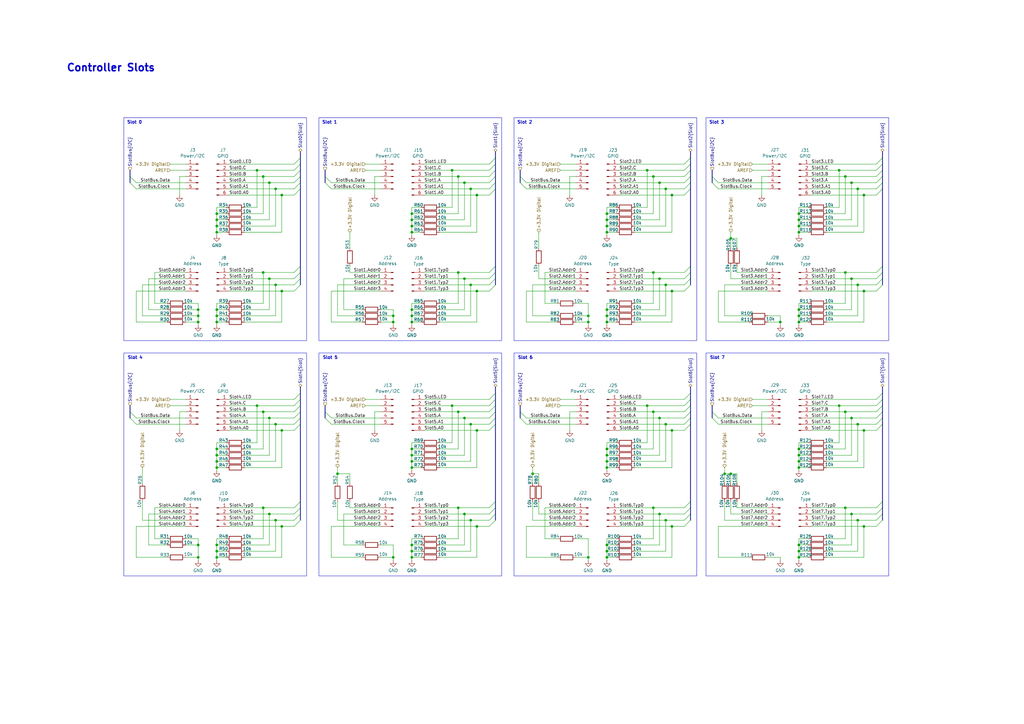
<source format=kicad_sch>
(kicad_sch (version 20250114) (generator "eeschema") (generator_version "9.0")
  (paper "A3")
  (title_block (title "Modular Music Controller / Sub-Board / Controller Slots") (date "2025-11-06") (rev "1") (company "Dennis Schulmeister-Zimolong"))
  (rectangle (start 50.8 144.78) (end 125.73 236.22))
  (rectangle (start 50.8 48.26) (end 125.73 139.7))
  (rectangle (start 289.56 48.26) (end 364.49 139.7))
  (rectangle (start 130.81 144.78) (end 205.74 236.22))
  (rectangle (start 210.82 48.26) (end 285.75 139.7))
  (rectangle (start 289.56 144.78) (end 364.49 236.22))
  (rectangle (start 130.81 48.26) (end 205.74 139.7))
  (rectangle (start 210.82 144.78) (end 285.75 236.22))
  (text "Slot 6" (at 212.344 146.05 0) (effects (font (size 1.27 1.27) (thickness 0.254) (bold yes)) (justify left top)))
  (text "Slot 0" (at 52.07 49.53 0) (effects (font (size 1.27 1.27) (thickness 0.254) (bold yes)) (justify left top)))
  (text "Slot 2" (at 212.09 49.53 0) (effects (font (size 1.27 1.27) (thickness 0.254) (bold yes)) (justify left top)))
  (text "Slot 4" (at 52.324 146.05 0) (effects (font (size 1.27 1.27) (thickness 0.254) (bold yes)) (justify left top)))
  (text "Controller Slots" (at 27.178 26.162 0) (effects (font (size 3 3) (thickness 0.6) (bold yes)) (justify left top)))
  (text "Slot 1" (at 132.08 49.53 0) (effects (font (size 1.27 1.27) (thickness 0.254) (bold yes)) (justify left top)))
  (text "Slot 3" (at 290.83 49.53 0) (effects (font (size 1.27 1.27) (thickness 0.254) (bold yes)) (justify left top)))
  (text "Slot 5" (at 132.334 146.05 0) (effects (font (size 1.27 1.27) (thickness 0.254) (bold yes)) (justify left top)))
  (text "Slot 7" (at 291.084 146.05 0) (effects (font (size 1.27 1.27) (thickness 0.254) (bold yes)) (justify left top)))
  (junction (at 113.03 116.84))
  (junction (at 138.43 194.31))
  (junction (at 270.51 171.45))
  (junction (at 113.03 213.36))
  (junction (at 161.29 129.54))
  (junction (at 187.96 168.91))
  (junction (at 187.96 72.39))
  (junction (at 275.59 80.01))
  (junction (at 88.9 186.69))
  (junction (at 195.58 215.9))
  (junction (at 88.9 228.6))
  (junction (at 270.51 74.93))
  (junction (at 193.04 77.47))
  (junction (at 110.49 210.82))
  (junction (at 248.92 127))
  (junction (at 354.33 215.9))
  (junction (at 88.9 95.25))
  (junction (at 88.9 226.06))
  (junction (at 267.97 72.39))
  (junction (at 327.66 90.17))
  (junction (at 168.91 184.15))
  (junction (at 354.33 176.53))
  (junction (at 299.72 97.79))
  (junction (at 168.91 132.08))
  (junction (at 270.51 210.82))
  (junction (at 81.28 132.08))
  (junction (at 193.04 213.36))
  (junction (at 349.25 210.82))
  (junction (at 88.9 191.77))
  (junction (at 273.05 173.99))
  (junction (at 190.5 210.82))
  (junction (at 88.9 129.54))
  (junction (at 88.9 184.15))
  (junction (at 351.79 173.99))
  (junction (at 193.04 116.84))
  (junction (at 81.28 223.52))
  (junction (at 88.9 189.23))
  (junction (at 248.92 223.52))
  (junction (at 110.49 171.45))
  (junction (at 88.9 127))
  (junction (at 351.79 116.84))
  (junction (at 168.91 95.25))
  (junction (at 248.92 90.17))
  (junction (at 88.9 90.17))
  (junction (at 81.28 129.54))
  (junction (at 195.58 119.38))
  (junction (at 168.91 189.23))
  (junction (at 344.17 69.85))
  (junction (at 265.43 166.37))
  (junction (at 168.91 228.6))
  (junction (at 275.59 176.53))
  (junction (at 327.66 132.08))
  (junction (at 168.91 90.17))
  (junction (at 241.3 228.6))
  (junction (at 297.18 194.31))
  (junction (at 190.5 74.93))
  (junction (at 107.95 72.39))
  (junction (at 187.96 111.76))
  (junction (at 168.91 186.69))
  (junction (at 190.5 171.45))
  (junction (at 193.04 173.99))
  (junction (at 327.66 226.06))
  (junction (at 267.97 208.28))
  (junction (at 327.66 223.52))
  (junction (at 349.25 74.93))
  (junction (at 168.91 127))
  (junction (at 195.58 80.01))
  (junction (at 248.92 186.69))
  (junction (at 273.05 77.47))
  (junction (at 346.71 111.76))
  (junction (at 88.9 87.63))
  (junction (at 327.66 95.25))
  (junction (at 248.92 228.6))
  (junction (at 275.59 119.38))
  (junction (at 115.57 176.53))
  (junction (at 113.03 77.47))
  (junction (at 351.79 213.36))
  (junction (at 273.05 213.36))
  (junction (at 346.71 168.91))
  (junction (at 327.66 228.6))
  (junction (at 105.41 166.37))
  (junction (at 354.33 80.01))
  (junction (at 168.91 129.54))
  (junction (at 275.59 215.9))
  (junction (at 88.9 92.71))
  (junction (at 168.91 92.71))
  (junction (at 190.5 114.3))
  (junction (at 273.05 116.84))
  (junction (at 248.92 87.63))
  (junction (at 241.3 132.08))
  (junction (at 107.95 168.91))
  (junction (at 241.3 129.54))
  (junction (at 248.92 129.54))
  (junction (at 168.91 223.52))
  (junction (at 161.29 228.6))
  (junction (at 218.44 194.31))
  (junction (at 327.66 129.54))
  (junction (at 265.43 69.85))
  (junction (at 81.28 127))
  (junction (at 161.29 132.08))
  (junction (at 349.25 114.3))
  (junction (at 81.28 228.6))
  (junction (at 88.9 132.08))
  (junction (at 115.57 215.9))
  (junction (at 88.9 223.52))
  (junction (at 248.92 226.06))
  (junction (at 327.66 186.69))
  (junction (at 185.42 166.37))
  (junction (at 327.66 189.23))
  (junction (at 327.66 184.15))
  (junction (at 115.57 119.38))
  (junction (at 115.57 80.01))
  (junction (at 248.92 95.25))
  (junction (at 354.33 119.38))
  (junction (at 168.91 191.77))
  (junction (at 107.95 111.76))
  (junction (at 344.17 166.37))
  (junction (at 107.95 208.28))
  (junction (at 105.41 69.85))
  (junction (at 270.51 114.3))
  (junction (at 327.66 191.77))
  (junction (at 320.04 132.08))
  (junction (at 168.91 87.63))
  (junction (at 349.25 171.45))
  (junction (at 248.92 191.77))
  (junction (at 113.03 173.99))
  (junction (at 248.92 184.15))
  (junction (at 267.97 168.91))
  (junction (at 299.72 194.31))
  (junction (at 327.66 92.71))
  (junction (at 267.97 111.76))
  (junction (at 195.58 176.53))
  (junction (at 351.79 77.47))
  (junction (at 327.66 87.63))
  (junction (at 168.91 226.06))
  (junction (at 187.96 208.28))
  (junction (at 185.42 69.85))
  (junction (at 346.71 208.28))
  (junction (at 327.66 127))
  (junction (at 110.49 74.93))
  (junction (at 346.71 72.39))
  (junction (at 248.92 189.23))
  (junction (at 110.49 114.3))
  (junction (at 248.92 132.08))
  (junction (at 248.92 92.71))
  (bus_entry (at 280.67 80.01) (size 2.54 -2.54))
  (bus_entry (at 120.65 80.01) (size 2.54 -2.54))
  (bus_entry (at 200.66 176.53) (size 2.54 -2.54))
  (bus_entry (at 200.66 163.83) (size 2.54 -2.54))
  (bus_entry (at 120.65 168.91) (size 2.54 -2.54))
  (bus_entry (at 120.65 210.82) (size 2.54 -2.54))
  (bus_entry (at 120.65 171.45) (size 2.54 -2.54))
  (bus_entry (at 213.36 74.93) (size 2.54 2.54))
  (bus_entry (at 280.67 163.83) (size 2.54 -2.54))
  (bus_entry (at 200.66 116.84) (size 2.54 -2.54))
  (bus_entry (at 280.67 213.36) (size 2.54 -2.54))
  (bus_entry (at 200.66 67.31) (size 2.54 -2.54))
  (bus_entry (at 200.66 208.28) (size 2.54 -2.54))
  (bus_entry (at 359.41 67.31) (size 2.54 -2.54))
  (bus_entry (at 200.66 114.3) (size 2.54 -2.54))
  (bus_entry (at 120.65 114.3) (size 2.54 -2.54))
  (bus_entry (at 120.65 77.47) (size 2.54 -2.54))
  (bus_entry (at 280.67 171.45) (size 2.54 -2.54))
  (bus_entry (at 120.65 119.38) (size 2.54 -2.54))
  (bus_entry (at 359.41 77.47) (size 2.54 -2.54))
  (bus_entry (at 292.1 74.93) (size 2.54 2.54))
  (bus_entry (at 200.66 171.45) (size 2.54 -2.54))
  (bus_entry (at 359.41 215.9) (size 2.54 -2.54))
  (bus_entry (at 359.41 119.38) (size 2.54 -2.54))
  (bus_entry (at 200.66 74.93) (size 2.54 -2.54))
  (bus_entry (at 292.1 171.45) (size 2.54 2.54))
  (bus_entry (at 359.41 168.91) (size 2.54 -2.54))
  (bus_entry (at 55.88 171.45) (size -2.54 -2.54))
  (bus_entry (at 280.67 210.82) (size 2.54 -2.54))
  (bus_entry (at 200.66 215.9) (size 2.54 -2.54))
  (bus_entry (at 280.67 111.76) (size 2.54 -2.54))
  (bus_entry (at 120.65 116.84) (size 2.54 -2.54))
  (bus_entry (at 280.67 72.39) (size 2.54 -2.54))
  (bus_entry (at 200.66 166.37) (size 2.54 -2.54))
  (bus_entry (at 215.9 74.93) (size -2.54 -2.54))
  (bus_entry (at 120.65 69.85) (size 2.54 -2.54))
  (bus_entry (at 359.41 69.85) (size 2.54 -2.54))
  (bus_entry (at 133.35 171.45) (size 2.54 2.54))
  (bus_entry (at 200.66 72.39) (size 2.54 -2.54))
  (bus_entry (at 359.41 176.53) (size 2.54 -2.54))
  (bus_entry (at 359.41 72.39) (size 2.54 -2.54))
  (bus_entry (at 359.41 173.99) (size 2.54 -2.54))
  (bus_entry (at 120.65 213.36) (size 2.54 -2.54))
  (bus_entry (at 280.67 176.53) (size 2.54 -2.54))
  (bus_entry (at 120.65 215.9) (size 2.54 -2.54))
  (bus_entry (at 280.67 173.99) (size 2.54 -2.54))
  (bus_entry (at 120.65 72.39) (size 2.54 -2.54))
  (bus_entry (at 359.41 111.76) (size 2.54 -2.54))
  (bus_entry (at 120.65 163.83) (size 2.54 -2.54))
  (bus_entry (at 359.41 80.01) (size 2.54 -2.54))
  (bus_entry (at 280.67 74.93) (size 2.54 -2.54))
  (bus_entry (at 55.88 74.93) (size -2.54 -2.54))
  (bus_entry (at 280.67 166.37) (size 2.54 -2.54))
  (bus_entry (at 135.89 171.45) (size -2.54 -2.54))
  (bus_entry (at 280.67 77.47) (size 2.54 -2.54))
  (bus_entry (at 359.41 208.28) (size 2.54 -2.54))
  (bus_entry (at 200.66 173.99) (size 2.54 -2.54))
  (bus_entry (at 280.67 69.85) (size 2.54 -2.54))
  (bus_entry (at 359.41 163.83) (size 2.54 -2.54))
  (bus_entry (at 120.65 176.53) (size 2.54 -2.54))
  (bus_entry (at 359.41 210.82) (size 2.54 -2.54))
  (bus_entry (at 213.36 171.45) (size 2.54 2.54))
  (bus_entry (at 359.41 116.84) (size 2.54 -2.54))
  (bus_entry (at 294.64 74.93) (size -2.54 -2.54))
  (bus_entry (at 280.67 119.38) (size 2.54 -2.54))
  (bus_entry (at 200.66 111.76) (size 2.54 -2.54))
  (bus_entry (at 280.67 114.3) (size 2.54 -2.54))
  (bus_entry (at 280.67 208.28) (size 2.54 -2.54))
  (bus_entry (at 200.66 168.91) (size 2.54 -2.54))
  (bus_entry (at 359.41 213.36) (size 2.54 -2.54))
  (bus_entry (at 280.67 116.84) (size 2.54 -2.54))
  (bus_entry (at 200.66 119.38) (size 2.54 -2.54))
  (bus_entry (at 359.41 171.45) (size 2.54 -2.54))
  (bus_entry (at 359.41 166.37) (size 2.54 -2.54))
  (bus_entry (at 120.65 111.76) (size 2.54 -2.54))
  (bus_entry (at 135.89 74.93) (size -2.54 -2.54))
  (bus_entry (at 294.64 171.45) (size -2.54 -2.54))
  (bus_entry (at 200.66 80.01) (size 2.54 -2.54))
  (bus_entry (at 53.34 74.93) (size 2.54 2.54))
  (bus_entry (at 280.67 67.31) (size 2.54 -2.54))
  (bus_entry (at 200.66 69.85) (size 2.54 -2.54))
  (bus_entry (at 280.67 215.9) (size 2.54 -2.54))
  (bus_entry (at 280.67 168.91) (size 2.54 -2.54))
  (bus_entry (at 120.65 67.31) (size 2.54 -2.54))
  (bus_entry (at 215.9 171.45) (size -2.54 -2.54))
  (bus_entry (at 53.34 171.45) (size 2.54 2.54))
  (bus_entry (at 133.35 74.93) (size 2.54 2.54))
  (bus_entry (at 200.66 77.47) (size 2.54 -2.54))
  (bus_entry (at 120.65 166.37) (size 2.54 -2.54))
  (bus_entry (at 120.65 208.28) (size 2.54 -2.54))
  (bus_entry (at 120.65 173.99) (size 2.54 -2.54))
  (bus_entry (at 359.41 74.93) (size 2.54 -2.54))
  (bus_entry (at 200.66 210.82) (size 2.54 -2.54))
  (bus_entry (at 120.65 74.93) (size 2.54 -2.54))
  (bus_entry (at 200.66 213.36) (size 2.54 -2.54))
  (bus_entry (at 359.41 114.3) (size 2.54 -2.54))
  (bus (pts (xy 213.36 69.85) (xy 213.36 72.39)))
  (wire (pts (xy 88.9 186.69) (xy 88.9 189.23)))
  (wire (pts (xy 254 80.01) (xy 275.59 80.01)))
  (wire (pts (xy 327.66 129.54) (xy 327.66 132.08)))
  (wire (pts (xy 55.88 74.93) (xy 76.2 74.93)))
  (wire (pts (xy 299.72 194.31) (xy 297.18 194.31)))
  (wire (pts (xy 58.42 191.77) (xy 58.42 198.12)))
  (wire (pts (xy 294.64 171.45) (xy 314.96 171.45)))
  (bus (pts (xy 53.34 166.37) (xy 53.34 168.91)))
  (wire (pts (xy 60.96 223.52) (xy 60.96 210.82)))
  (wire (pts (xy 190.5 74.93) (xy 200.66 74.93)))
  (wire (pts (xy 252.73 220.98) (xy 248.92 220.98)))
  (wire (pts (xy 254 119.38) (xy 275.59 119.38)))
  (wire (pts (xy 135.89 77.47) (xy 156.21 77.47)))
  (wire (pts (xy 215.9 77.47) (xy 236.22 77.47)))
  (bus (pts (xy 283.21 210.82) (xy 283.21 213.36)))
  (wire (pts (xy 260.35 87.63) (xy 267.97 87.63)))
  (wire (pts (xy 113.03 213.36) (xy 120.65 213.36)))
  (wire (pts (xy 331.47 220.98) (xy 327.66 220.98)))
  (wire (pts (xy 135.89 132.08) (xy 135.89 119.38)))
  (wire (pts (xy 351.79 116.84) (xy 351.79 129.54)))
  (wire (pts (xy 339.09 124.46) (xy 346.71 124.46)))
  (wire (pts (xy 88.9 226.06) (xy 88.9 228.6)))
  (wire (pts (xy 218.44 129.54) (xy 218.44 116.84)))
  (wire (pts (xy 346.71 124.46) (xy 346.71 111.76)))
  (bus (pts (xy 361.95 166.37) (xy 361.95 168.91)))
  (bus (pts (xy 361.95 171.45) (xy 361.95 173.99)))
  (wire (pts (xy 100.33 189.23) (xy 113.03 189.23)))
  (wire (pts (xy 270.51 74.93) (xy 280.67 74.93)))
  (wire (pts (xy 339.09 132.08) (xy 354.33 132.08)))
  (wire (pts (xy 220.98 95.25) (xy 220.98 101.6)))
  (wire (pts (xy 153.67 72.39) (xy 153.67 80.01)))
  (bus (pts (xy 53.34 72.39) (xy 53.34 74.93)))
  (wire (pts (xy 110.49 114.3) (xy 120.65 114.3)))
  (wire (pts (xy 302.26 97.79) (xy 299.72 97.79)))
  (wire (pts (xy 156.21 111.76) (xy 143.51 111.76)))
  (wire (pts (xy 270.51 210.82) (xy 280.67 210.82)))
  (wire (pts (xy 273.05 116.84) (xy 280.67 116.84)))
  (bus (pts (xy 123.19 111.76) (xy 123.19 114.3)))
  (wire (pts (xy 180.34 223.52) (xy 190.5 223.52)))
  (wire (pts (xy 297.18 205.74) (xy 297.18 213.36)))
  (wire (pts (xy 135.89 171.45) (xy 156.21 171.45)))
  (bus (pts (xy 203.2 163.83) (xy 203.2 166.37)))
  (wire (pts (xy 193.04 77.47) (xy 200.66 77.47)))
  (wire (pts (xy 187.96 220.98) (xy 187.96 208.28)))
  (wire (pts (xy 180.34 191.77) (xy 195.58 191.77)))
  (wire (pts (xy 248.92 226.06) (xy 252.73 226.06)))
  (wire (pts (xy 248.92 124.46) (xy 248.92 127)))
  (wire (pts (xy 228.6 228.6) (xy 215.9 228.6)))
  (wire (pts (xy 55.88 215.9) (xy 76.2 215.9)))
  (wire (pts (xy 327.66 186.69) (xy 331.47 186.69)))
  (wire (pts (xy 294.64 119.38) (xy 314.96 119.38)))
  (bus (pts (xy 203.2 208.28) (xy 203.2 210.82)))
  (bus (pts (xy 283.21 173.99) (xy 283.21 205.74)))
  (wire (pts (xy 92.71 124.46) (xy 88.9 124.46)))
  (wire (pts (xy 294.64 74.93) (xy 314.96 74.93)))
  (wire (pts (xy 138.43 213.36) (xy 156.21 213.36)))
  (bus (pts (xy 203.2 173.99) (xy 203.2 205.74)))
  (wire (pts (xy 135.89 119.38) (xy 156.21 119.38)))
  (wire (pts (xy 248.92 87.63) (xy 248.92 90.17)))
  (wire (pts (xy 110.49 210.82) (xy 110.49 223.52)))
  (wire (pts (xy 173.99 166.37) (xy 185.42 166.37)))
  (wire (pts (xy 327.66 223.52) (xy 331.47 223.52)))
  (wire (pts (xy 172.72 85.09) (xy 168.91 85.09)))
  (wire (pts (xy 88.9 85.09) (xy 88.9 87.63)))
  (wire (pts (xy 190.5 114.3) (xy 200.66 114.3)))
  (wire (pts (xy 254 111.76) (xy 267.97 111.76)))
  (wire (pts (xy 173.99 210.82) (xy 190.5 210.82)))
  (wire (pts (xy 327.66 220.98) (xy 327.66 223.52)))
  (wire (pts (xy 228.6 220.98) (xy 223.52 220.98)))
  (wire (pts (xy 69.85 67.31) (xy 76.2 67.31)))
  (wire (pts (xy 187.96 184.15) (xy 187.96 168.91)))
  (wire (pts (xy 180.34 85.09) (xy 185.42 85.09)))
  (wire (pts (xy 190.5 210.82) (xy 190.5 223.52)))
  (wire (pts (xy 297.18 198.12) (xy 297.18 194.31)))
  (wire (pts (xy 107.95 72.39) (xy 120.65 72.39)))
  (wire (pts (xy 172.72 132.08) (xy 168.91 132.08)))
  (bus (pts (xy 283.21 161.29) (xy 283.21 163.83)))
  (bus (pts (xy 123.19 163.83) (xy 123.19 166.37)))
  (wire (pts (xy 148.59 127) (xy 140.97 127)))
  (wire (pts (xy 115.57 215.9) (xy 115.57 228.6)))
  (wire (pts (xy 275.59 119.38) (xy 280.67 119.38)))
  (wire (pts (xy 307.34 228.6) (xy 294.64 228.6)))
  (wire (pts (xy 332.74 116.84) (xy 351.79 116.84)))
  (bus (pts (xy 361.95 210.82) (xy 361.95 213.36)))
  (wire (pts (xy 254 173.99) (xy 273.05 173.99)))
  (wire (pts (xy 168.91 228.6) (xy 168.91 229.87)))
  (wire (pts (xy 320.04 132.08) (xy 320.04 133.35)))
  (wire (pts (xy 248.92 184.15) (xy 248.92 186.69)))
  (wire (pts (xy 215.9 215.9) (xy 236.22 215.9)))
  (wire (pts (xy 135.89 228.6) (xy 135.89 215.9)))
  (bus (pts (xy 123.19 171.45) (xy 123.19 173.99)))
  (wire (pts (xy 332.74 80.01) (xy 354.33 80.01)))
  (wire (pts (xy 115.57 119.38) (xy 120.65 119.38)))
  (wire (pts (xy 270.51 90.17) (xy 270.51 74.93)))
  (wire (pts (xy 168.91 127) (xy 172.72 127)))
  (wire (pts (xy 351.79 213.36) (xy 351.79 226.06)))
  (bus (pts (xy 283.21 111.76) (xy 283.21 114.3)))
  (wire (pts (xy 236.22 228.6) (xy 241.3 228.6)))
  (bus (pts (xy 123.19 168.91) (xy 123.19 171.45)))
  (wire (pts (xy 299.72 205.74) (xy 299.72 210.82)))
  (wire (pts (xy 215.9 173.99) (xy 236.22 173.99)))
  (wire (pts (xy 105.41 69.85) (xy 120.65 69.85)))
  (wire (pts (xy 273.05 92.71) (xy 273.05 77.47)))
  (wire (pts (xy 220.98 198.12) (xy 220.98 194.31)))
  (bus (pts (xy 283.21 158.75) (xy 283.21 161.29)))
  (wire (pts (xy 349.25 186.69) (xy 349.25 171.45)))
  (wire (pts (xy 346.71 111.76) (xy 359.41 111.76)))
  (wire (pts (xy 88.9 132.08) (xy 88.9 133.35)))
  (wire (pts (xy 173.99 163.83) (xy 200.66 163.83)))
  (wire (pts (xy 308.61 163.83) (xy 314.96 163.83)))
  (wire (pts (xy 88.9 191.77) (xy 92.71 191.77)))
  (wire (pts (xy 294.64 215.9) (xy 314.96 215.9)))
  (wire (pts (xy 332.74 213.36) (xy 351.79 213.36)))
  (wire (pts (xy 185.42 69.85) (xy 200.66 69.85)))
  (bus (pts (xy 283.21 72.39) (xy 283.21 74.93)))
  (bus (pts (xy 361.95 74.93) (xy 361.95 77.47)))
  (wire (pts (xy 254 114.3) (xy 270.51 114.3)))
  (wire (pts (xy 93.98 171.45) (xy 110.49 171.45)))
  (wire (pts (xy 55.88 228.6) (xy 55.88 215.9)))
  (wire (pts (xy 88.9 223.52) (xy 92.71 223.52)))
  (bus (pts (xy 123.19 208.28) (xy 123.19 210.82)))
  (wire (pts (xy 332.74 74.93) (xy 349.25 74.93)))
  (bus (pts (xy 203.2 168.91) (xy 203.2 171.45)))
  (wire (pts (xy 327.66 191.77) (xy 327.66 193.04)))
  (wire (pts (xy 236.22 124.46) (xy 241.3 124.46)))
  (wire (pts (xy 327.66 186.69) (xy 327.66 189.23)))
  (wire (pts (xy 93.98 111.76) (xy 107.95 111.76)))
  (wire (pts (xy 93.98 168.91) (xy 107.95 168.91)))
  (bus (pts (xy 123.19 109.22) (xy 123.19 111.76)))
  (bus (pts (xy 283.21 208.28) (xy 283.21 210.82)))
  (wire (pts (xy 193.04 92.71) (xy 193.04 77.47)))
  (wire (pts (xy 327.66 132.08) (xy 327.66 133.35)))
  (wire (pts (xy 349.25 171.45) (xy 359.41 171.45)))
  (wire (pts (xy 93.98 166.37) (xy 105.41 166.37)))
  (wire (pts (xy 254 176.53) (xy 275.59 176.53)))
  (bus (pts (xy 361.95 111.76) (xy 361.95 114.3)))
  (bus (pts (xy 361.95 163.83) (xy 361.95 166.37)))
  (wire (pts (xy 339.09 186.69) (xy 349.25 186.69)))
  (wire (pts (xy 168.91 186.69) (xy 172.72 186.69)))
  (wire (pts (xy 252.73 92.71) (xy 248.92 92.71)))
  (wire (pts (xy 275.59 215.9) (xy 280.67 215.9)))
  (wire (pts (xy 241.3 220.98) (xy 241.3 228.6)))
  (wire (pts (xy 254 69.85) (xy 265.43 69.85)))
  (wire (pts (xy 100.33 87.63) (xy 107.95 87.63)))
  (wire (pts (xy 55.88 173.99) (xy 76.2 173.99)))
  (bus (pts (xy 283.21 109.22) (xy 283.21 111.76)))
  (wire (pts (xy 173.99 72.39) (xy 187.96 72.39)))
  (wire (pts (xy 92.71 228.6) (xy 88.9 228.6)))
  (wire (pts (xy 260.35 92.71) (xy 273.05 92.71)))
  (bus (pts (xy 283.21 64.77) (xy 283.21 67.31)))
  (wire (pts (xy 172.72 228.6) (xy 168.91 228.6)))
  (wire (pts (xy 327.66 124.46) (xy 327.66 127)))
  (bus (pts (xy 213.36 168.91) (xy 213.36 171.45)))
  (bus (pts (xy 283.21 62.23) (xy 283.21 64.77)))
  (wire (pts (xy 110.49 210.82) (xy 120.65 210.82)))
  (wire (pts (xy 223.52 208.28) (xy 236.22 208.28)))
  (wire (pts (xy 149.86 67.31) (xy 156.21 67.31)))
  (bus (pts (xy 361.95 72.39) (xy 361.95 74.93)))
  (wire (pts (xy 332.74 168.91) (xy 346.71 168.91)))
  (wire (pts (xy 180.34 189.23) (xy 193.04 189.23)))
  (wire (pts (xy 100.33 181.61) (xy 105.41 181.61)))
  (wire (pts (xy 302.26 194.31) (xy 299.72 194.31)))
  (bus (pts (xy 361.95 205.74) (xy 361.95 208.28)))
  (wire (pts (xy 215.9 228.6) (xy 215.9 215.9)))
  (wire (pts (xy 327.66 129.54) (xy 331.47 129.54)))
  (wire (pts (xy 248.92 228.6) (xy 248.92 229.87)))
  (wire (pts (xy 270.51 114.3) (xy 280.67 114.3)))
  (wire (pts (xy 173.99 69.85) (xy 185.42 69.85)))
  (wire (pts (xy 100.33 129.54) (xy 113.03 129.54)))
  (wire (pts (xy 93.98 116.84) (xy 113.03 116.84)))
  (wire (pts (xy 185.42 166.37) (xy 200.66 166.37)))
  (wire (pts (xy 195.58 191.77) (xy 195.58 176.53)))
  (wire (pts (xy 115.57 119.38) (xy 115.57 132.08)))
  (wire (pts (xy 195.58 80.01) (xy 200.66 80.01)))
  (bus (pts (xy 361.95 158.75) (xy 361.95 161.29)))
  (wire (pts (xy 267.97 168.91) (xy 280.67 168.91)))
  (wire (pts (xy 339.09 226.06) (xy 351.79 226.06)))
  (wire (pts (xy 143.51 205.74) (xy 143.51 208.28)))
  (wire (pts (xy 260.35 226.06) (xy 273.05 226.06)))
  (wire (pts (xy 172.72 220.98) (xy 168.91 220.98)))
  (wire (pts (xy 58.42 205.74) (xy 58.42 213.36)))
  (wire (pts (xy 115.57 95.25) (xy 115.57 80.01)))
  (wire (pts (xy 307.34 129.54) (xy 297.18 129.54)))
  (wire (pts (xy 68.58 127) (xy 60.96 127)))
  (wire (pts (xy 312.42 168.91) (xy 312.42 176.53)))
  (wire (pts (xy 267.97 184.15) (xy 267.97 168.91)))
  (wire (pts (xy 236.22 72.39) (xy 233.68 72.39)))
  (wire (pts (xy 248.92 189.23) (xy 248.92 191.77)))
  (wire (pts (xy 273.05 77.47) (xy 280.67 77.47)))
  (wire (pts (xy 344.17 166.37) (xy 359.41 166.37)))
  (wire (pts (xy 168.91 184.15) (xy 168.91 186.69)))
  (wire (pts (xy 346.71 72.39) (xy 359.41 72.39)))
  (wire (pts (xy 346.71 220.98) (xy 346.71 208.28)))
  (wire (pts (xy 168.91 90.17) (xy 168.91 92.71)))
  (wire (pts (xy 81.28 127) (xy 81.28 129.54)))
  (wire (pts (xy 149.86 166.37) (xy 156.21 166.37)))
  (bus (pts (xy 203.2 166.37) (xy 203.2 168.91)))
  (wire (pts (xy 172.72 189.23) (xy 168.91 189.23)))
  (wire (pts (xy 113.03 189.23) (xy 113.03 173.99)))
  (wire (pts (xy 113.03 77.47) (xy 120.65 77.47)))
  (wire (pts (xy 63.5 111.76) (xy 76.2 111.76)))
  (wire (pts (xy 93.98 69.85) (xy 105.41 69.85)))
  (wire (pts (xy 168.91 220.98) (xy 168.91 223.52)))
  (wire (pts (xy 260.35 132.08) (xy 275.59 132.08)))
  (wire (pts (xy 273.05 213.36) (xy 273.05 226.06)))
  (wire (pts (xy 148.59 228.6) (xy 135.89 228.6)))
  (bus (pts (xy 123.19 69.85) (xy 123.19 72.39)))
  (wire (pts (xy 248.92 132.08) (xy 248.92 133.35)))
  (wire (pts (xy 275.59 119.38) (xy 275.59 132.08)))
  (wire (pts (xy 138.43 205.74) (xy 138.43 213.36)))
  (bus (pts (xy 123.19 161.29) (xy 123.19 163.83)))
  (wire (pts (xy 220.98 194.31) (xy 218.44 194.31)))
  (wire (pts (xy 327.66 191.77) (xy 331.47 191.77)))
  (wire (pts (xy 267.97 208.28) (xy 267.97 220.98)))
  (wire (pts (xy 68.58 223.52) (xy 60.96 223.52)))
  (wire (pts (xy 88.9 127) (xy 88.9 129.54)))
  (wire (pts (xy 100.33 132.08) (xy 115.57 132.08)))
  (wire (pts (xy 81.28 223.52) (xy 81.28 228.6)))
  (wire (pts (xy 168.91 124.46) (xy 168.91 127)))
  (wire (pts (xy 346.71 184.15) (xy 346.71 168.91)))
  (wire (pts (xy 349.25 114.3) (xy 359.41 114.3)))
  (wire (pts (xy 168.91 132.08) (xy 168.91 133.35)))
  (wire (pts (xy 354.33 176.53) (xy 359.41 176.53)))
  (wire (pts (xy 180.34 220.98) (xy 187.96 220.98)))
  (wire (pts (xy 254 116.84) (xy 273.05 116.84)))
  (bus (pts (xy 203.2 109.22) (xy 203.2 111.76)))
  (wire (pts (xy 327.66 127) (xy 331.47 127)))
  (wire (pts (xy 88.9 191.77) (xy 88.9 193.04)))
  (wire (pts (xy 107.95 111.76) (xy 120.65 111.76)))
  (wire (pts (xy 193.04 173.99) (xy 200.66 173.99)))
  (wire (pts (xy 344.17 69.85) (xy 359.41 69.85)))
  (wire (pts (xy 327.66 90.17) (xy 331.47 90.17)))
  (wire (pts (xy 180.34 87.63) (xy 187.96 87.63)))
  (bus (pts (xy 203.2 111.76) (xy 203.2 114.3)))
  (bus (pts (xy 292.1 72.39) (xy 292.1 74.93)))
  (wire (pts (xy 58.42 129.54) (xy 58.42 116.84)))
  (wire (pts (xy 267.97 124.46) (xy 267.97 111.76)))
  (wire (pts (xy 339.09 189.23) (xy 351.79 189.23)))
  (wire (pts (xy 270.51 210.82) (xy 270.51 223.52)))
  (wire (pts (xy 354.33 80.01) (xy 359.41 80.01)))
  (wire (pts (xy 248.92 90.17) (xy 252.73 90.17)))
  (wire (pts (xy 193.04 116.84) (xy 200.66 116.84)))
  (wire (pts (xy 135.89 215.9) (xy 156.21 215.9)))
  (wire (pts (xy 331.47 189.23) (xy 327.66 189.23)))
  (wire (pts (xy 327.66 181.61) (xy 327.66 184.15)))
  (wire (pts (xy 302.26 111.76) (xy 302.26 109.22)))
  (wire (pts (xy 100.33 223.52) (xy 110.49 223.52)))
  (wire (pts (xy 180.34 132.08) (xy 195.58 132.08)))
  (wire (pts (xy 248.92 85.09) (xy 248.92 87.63)))
  (wire (pts (xy 88.9 220.98) (xy 88.9 223.52)))
  (wire (pts (xy 327.66 90.17) (xy 327.66 92.71)))
  (wire (pts (xy 260.35 95.25) (xy 275.59 95.25)))
  (wire (pts (xy 354.33 191.77) (xy 354.33 176.53)))
  (bus (pts (xy 213.36 72.39) (xy 213.36 74.93)))
  (wire (pts (xy 180.34 127) (xy 190.5 127)))
  (wire (pts (xy 260.35 127) (xy 270.51 127)))
  (wire (pts (xy 161.29 127) (xy 161.29 129.54)))
  (wire (pts (xy 308.61 69.85) (xy 314.96 69.85)))
  (wire (pts (xy 168.91 129.54) (xy 172.72 129.54)))
  (wire (pts (xy 138.43 194.31) (xy 143.51 194.31)))
  (wire (pts (xy 93.98 77.47) (xy 113.03 77.47)))
  (wire (pts (xy 302.26 208.28) (xy 314.96 208.28)))
  (bus (pts (xy 283.21 171.45) (xy 283.21 173.99)))
  (wire (pts (xy 195.58 119.38) (xy 195.58 132.08)))
  (wire (pts (xy 346.71 208.28) (xy 359.41 208.28)))
  (wire (pts (xy 88.9 129.54) (xy 92.71 129.54)))
  (bus (pts (xy 213.36 166.37) (xy 213.36 168.91)))
  (wire (pts (xy 156.21 129.54) (xy 161.29 129.54)))
  (wire (pts (xy 168.91 191.77) (xy 168.91 193.04)))
  (wire (pts (xy 314.96 114.3) (xy 299.72 114.3)))
  (wire (pts (xy 100.33 124.46) (xy 107.95 124.46)))
  (wire (pts (xy 113.03 116.84) (xy 120.65 116.84)))
  (wire (pts (xy 260.35 189.23) (xy 273.05 189.23)))
  (wire (pts (xy 93.98 210.82) (xy 110.49 210.82)))
  (wire (pts (xy 260.35 181.61) (xy 265.43 181.61)))
  (wire (pts (xy 254 163.83) (xy 280.67 163.83)))
  (wire (pts (xy 148.59 129.54) (xy 138.43 129.54)))
  (wire (pts (xy 215.9 119.38) (xy 236.22 119.38)))
  (wire (pts (xy 161.29 129.54) (xy 161.29 132.08)))
  (wire (pts (xy 344.17 181.61) (xy 344.17 166.37)))
  (wire (pts (xy 173.99 215.9) (xy 195.58 215.9)))
  (wire (pts (xy 193.04 213.36) (xy 193.04 226.06)))
  (wire (pts (xy 107.95 168.91) (xy 120.65 168.91)))
  (wire (pts (xy 173.99 77.47) (xy 193.04 77.47)))
  (wire (pts (xy 195.58 215.9) (xy 195.58 228.6)))
  (wire (pts (xy 173.99 111.76) (xy 187.96 111.76)))
  (bus (pts (xy 283.21 77.47) (xy 283.21 109.22)))
  (wire (pts (xy 260.35 184.15) (xy 267.97 184.15)))
  (wire (pts (xy 332.74 72.39) (xy 346.71 72.39)))
  (wire (pts (xy 100.33 95.25) (xy 115.57 95.25)))
  (wire (pts (xy 351.79 173.99) (xy 359.41 173.99)))
  (wire (pts (xy 275.59 95.25) (xy 275.59 80.01)))
  (wire (pts (xy 60.96 127) (xy 60.96 114.3)))
  (wire (pts (xy 275.59 176.53) (xy 280.67 176.53)))
  (wire (pts (xy 73.66 72.39) (xy 73.66 80.01)))
  (bus (pts (xy 361.95 173.99) (xy 361.95 205.74)))
  (wire (pts (xy 88.9 181.61) (xy 88.9 184.15)))
  (wire (pts (xy 327.66 95.25) (xy 331.47 95.25)))
  (wire (pts (xy 332.74 67.31) (xy 359.41 67.31)))
  (wire (pts (xy 248.92 129.54) (xy 248.92 132.08)))
  (wire (pts (xy 88.9 90.17) (xy 88.9 92.71)))
  (wire (pts (xy 327.66 127) (xy 327.66 129.54)))
  (wire (pts (xy 156.21 223.52) (xy 161.29 223.52)))
  (wire (pts (xy 105.41 166.37) (xy 120.65 166.37)))
  (wire (pts (xy 265.43 85.09) (xy 265.43 69.85)))
  (wire (pts (xy 168.91 181.61) (xy 168.91 184.15)))
  (wire (pts (xy 113.03 173.99) (xy 120.65 173.99)))
  (wire (pts (xy 140.97 210.82) (xy 156.21 210.82)))
  (wire (pts (xy 93.98 173.99) (xy 113.03 173.99)))
  (wire (pts (xy 327.66 87.63) (xy 327.66 90.17)))
  (wire (pts (xy 307.34 132.08) (xy 294.64 132.08)))
  (wire (pts (xy 260.35 129.54) (xy 273.05 129.54)))
  (wire (pts (xy 153.67 168.91) (xy 153.67 176.53)))
  (wire (pts (xy 180.34 226.06) (xy 193.04 226.06)))
  (bus (pts (xy 133.35 168.91) (xy 133.35 171.45)))
  (wire (pts (xy 339.09 220.98) (xy 346.71 220.98)))
  (bus (pts (xy 292.1 69.85) (xy 292.1 72.39)))
  (wire (pts (xy 81.28 129.54) (xy 81.28 132.08)))
  (wire (pts (xy 254 168.91) (xy 267.97 168.91)))
  (wire (pts (xy 308.61 67.31) (xy 314.96 67.31)))
  (wire (pts (xy 173.99 119.38) (xy 195.58 119.38)))
  (wire (pts (xy 156.21 168.91) (xy 153.67 168.91)))
  (wire (pts (xy 93.98 80.01) (xy 115.57 80.01)))
  (wire (pts (xy 248.92 87.63) (xy 252.73 87.63)))
  (wire (pts (xy 161.29 132.08) (xy 161.29 133.35)))
  (wire (pts (xy 140.97 223.52) (xy 140.97 210.82)))
  (bus (pts (xy 53.34 69.85) (xy 53.34 72.39)))
  (wire (pts (xy 113.03 213.36) (xy 113.03 226.06)))
  (wire (pts (xy 349.25 210.82) (xy 349.25 223.52)))
  (wire (pts (xy 327.66 87.63) (xy 331.47 87.63)))
  (wire (pts (xy 107.95 184.15) (xy 107.95 168.91)))
  (bus (pts (xy 133.35 166.37) (xy 133.35 168.91)))
  (wire (pts (xy 248.92 127) (xy 252.73 127)))
  (wire (pts (xy 55.88 171.45) (xy 76.2 171.45)))
  (wire (pts (xy 88.9 95.25) (xy 92.71 95.25)))
  (wire (pts (xy 100.33 184.15) (xy 107.95 184.15)))
  (wire (pts (xy 254 213.36) (xy 273.05 213.36)))
  (wire (pts (xy 302.26 205.74) (xy 302.26 208.28)))
  (wire (pts (xy 110.49 74.93) (xy 120.65 74.93)))
  (wire (pts (xy 354.33 95.25) (xy 354.33 80.01)))
  (wire (pts (xy 185.42 181.61) (xy 185.42 166.37)))
  (wire (pts (xy 63.5 220.98) (xy 63.5 208.28)))
  (wire (pts (xy 92.71 220.98) (xy 88.9 220.98)))
  (wire (pts (xy 327.66 223.52) (xy 327.66 226.06)))
  (wire (pts (xy 76.2 127) (xy 81.28 127)))
  (wire (pts (xy 254 67.31) (xy 280.67 67.31)))
  (wire (pts (xy 302.26 101.6) (xy 302.26 97.79)))
  (wire (pts (xy 100.33 226.06) (xy 113.03 226.06)))
  (wire (pts (xy 73.66 168.91) (xy 73.66 176.53)))
  (wire (pts (xy 254 171.45) (xy 270.51 171.45)))
  (wire (pts (xy 173.99 208.28) (xy 187.96 208.28)))
  (bus (pts (xy 283.21 69.85) (xy 283.21 72.39)))
  (wire (pts (xy 332.74 166.37) (xy 344.17 166.37)))
  (wire (pts (xy 275.59 80.01) (xy 280.67 80.01)))
  (wire (pts (xy 228.6 132.08) (xy 215.9 132.08)))
  (wire (pts (xy 180.34 129.54) (xy 193.04 129.54)))
  (wire (pts (xy 327.66 228.6) (xy 327.66 229.87)))
  (wire (pts (xy 314.96 72.39) (xy 312.42 72.39)))
  (bus (pts (xy 123.19 205.74) (xy 123.19 208.28)))
  (wire (pts (xy 168.91 90.17) (xy 172.72 90.17)))
  (bus (pts (xy 203.2 205.74) (xy 203.2 208.28)))
  (bus (pts (xy 203.2 171.45) (xy 203.2 173.99)))
  (wire (pts (xy 60.96 210.82) (xy 76.2 210.82)))
  (wire (pts (xy 168.91 186.69) (xy 168.91 189.23)))
  (wire (pts (xy 88.9 129.54) (xy 88.9 132.08)))
  (bus (pts (xy 203.2 114.3) (xy 203.2 116.84)))
  (wire (pts (xy 327.66 92.71) (xy 327.66 95.25)))
  (wire (pts (xy 220.98 114.3) (xy 236.22 114.3)))
  (wire (pts (xy 294.64 228.6) (xy 294.64 215.9)))
  (wire (pts (xy 88.9 127) (xy 92.71 127)))
  (wire (pts (xy 173.99 168.91) (xy 187.96 168.91)))
  (wire (pts (xy 88.9 186.69) (xy 92.71 186.69)))
  (wire (pts (xy 260.35 228.6) (xy 275.59 228.6)))
  (wire (pts (xy 220.98 109.22) (xy 220.98 114.3)))
  (wire (pts (xy 223.52 220.98) (xy 223.52 208.28)))
  (wire (pts (xy 332.74 176.53) (xy 354.33 176.53)))
  (wire (pts (xy 81.28 132.08) (xy 81.28 133.35)))
  (wire (pts (xy 331.47 181.61) (xy 327.66 181.61)))
  (wire (pts (xy 297.18 129.54) (xy 297.18 116.84)))
  (wire (pts (xy 248.92 226.06) (xy 248.92 228.6)))
  (wire (pts (xy 156.21 72.39) (xy 153.67 72.39)))
  (bus (pts (xy 361.95 161.29) (xy 361.95 163.83)))
  (wire (pts (xy 195.58 215.9) (xy 200.66 215.9)))
  (wire (pts (xy 88.9 228.6) (xy 88.9 229.87)))
  (wire (pts (xy 248.92 186.69) (xy 248.92 189.23)))
  (wire (pts (xy 218.44 191.77) (xy 218.44 194.31)))
  (wire (pts (xy 299.72 114.3) (xy 299.72 109.22)))
  (wire (pts (xy 173.99 171.45) (xy 190.5 171.45)))
  (wire (pts (xy 93.98 213.36) (xy 113.03 213.36)))
  (wire (pts (xy 187.96 168.91) (xy 200.66 168.91)))
  (wire (pts (xy 93.98 119.38) (xy 115.57 119.38)))
  (wire (pts (xy 88.9 184.15) (xy 92.71 184.15)))
  (wire (pts (xy 113.03 116.84) (xy 113.03 129.54)))
  (wire (pts (xy 248.92 92.71) (xy 248.92 95.25)))
  (wire (pts (xy 349.25 210.82) (xy 359.41 210.82)))
  (wire (pts (xy 267.97 111.76) (xy 280.67 111.76)))
  (wire (pts (xy 55.88 132.08) (xy 55.88 119.38)))
  (wire (pts (xy 254 215.9) (xy 275.59 215.9)))
  (wire (pts (xy 140.97 114.3) (xy 156.21 114.3)))
  (wire (pts (xy 88.9 87.63) (xy 92.71 87.63)))
  (wire (pts (xy 58.42 213.36) (xy 76.2 213.36)))
  (wire (pts (xy 58.42 116.84) (xy 76.2 116.84)))
  (wire (pts (xy 92.71 189.23) (xy 88.9 189.23)))
  (wire (pts (xy 168.91 129.54) (xy 168.91 132.08)))
  (wire (pts (xy 339.09 191.77) (xy 354.33 191.77)))
  (wire (pts (xy 81.28 220.98) (xy 81.28 223.52)))
  (bus (pts (xy 203.2 77.47) (xy 203.2 109.22)))
  (wire (pts (xy 180.34 184.15) (xy 187.96 184.15)))
  (wire (pts (xy 332.74 111.76) (xy 346.71 111.76)))
  (bus (pts (xy 292.1 166.37) (xy 292.1 168.91)))
  (wire (pts (xy 218.44 213.36) (xy 236.22 213.36)))
  (wire (pts (xy 168.91 127) (xy 168.91 129.54)))
  (wire (pts (xy 193.04 189.23) (xy 193.04 173.99)))
  (wire (pts (xy 241.3 124.46) (xy 241.3 129.54)))
  (wire (pts (xy 187.96 72.39) (xy 200.66 72.39)))
  (bus (pts (xy 203.2 67.31) (xy 203.2 69.85)))
  (bus (pts (xy 203.2 69.85) (xy 203.2 72.39)))
  (wire (pts (xy 135.89 173.99) (xy 156.21 173.99)))
  (bus (pts (xy 133.35 69.85) (xy 133.35 72.39)))
  (wire (pts (xy 92.71 92.71) (xy 88.9 92.71)))
  (bus (pts (xy 283.21 163.83) (xy 283.21 166.37)))
  (wire (pts (xy 180.34 95.25) (xy 195.58 95.25)))
  (wire (pts (xy 229.87 166.37) (xy 236.22 166.37)))
  (wire (pts (xy 339.09 85.09) (xy 344.17 85.09)))
  (wire (pts (xy 168.91 92.71) (xy 168.91 95.25)))
  (wire (pts (xy 215.9 171.45) (xy 236.22 171.45)))
  (wire (pts (xy 63.5 208.28) (xy 76.2 208.28)))
  (wire (pts (xy 267.97 208.28) (xy 280.67 208.28)))
  (bus (pts (xy 283.21 168.91) (xy 283.21 171.45)))
  (wire (pts (xy 173.99 67.31) (xy 200.66 67.31)))
  (wire (pts (xy 354.33 215.9) (xy 354.33 228.6)))
  (wire (pts (xy 76.2 220.98) (xy 81.28 220.98)))
  (wire (pts (xy 299.72 95.25) (xy 299.72 97.79)))
  (wire (pts (xy 81.28 124.46) (xy 81.28 127)))
  (wire (pts (xy 218.44 116.84) (xy 236.22 116.84)))
  (wire (pts (xy 115.57 80.01) (xy 120.65 80.01)))
  (wire (pts (xy 168.91 191.77) (xy 172.72 191.77)))
  (wire (pts (xy 93.98 208.28) (xy 107.95 208.28)))
  (wire (pts (xy 241.3 129.54) (xy 241.3 132.08)))
  (wire (pts (xy 168.91 226.06) (xy 168.91 228.6)))
  (wire (pts (xy 248.92 223.52) (xy 248.92 226.06)))
  (wire (pts (xy 327.66 226.06) (xy 331.47 226.06)))
  (wire (pts (xy 270.51 171.45) (xy 280.67 171.45)))
  (wire (pts (xy 252.73 189.23) (xy 248.92 189.23)))
  (wire (pts (xy 168.91 223.52) (xy 168.91 226.06)))
  (bus (pts (xy 283.21 166.37) (xy 283.21 168.91)))
  (wire (pts (xy 161.29 228.6) (xy 161.29 229.87)))
  (wire (pts (xy 69.85 163.83) (xy 76.2 163.83)))
  (wire (pts (xy 299.72 210.82) (xy 314.96 210.82)))
  (wire (pts (xy 346.71 87.63) (xy 346.71 72.39)))
  (wire (pts (xy 351.79 189.23) (xy 351.79 173.99)))
  (wire (pts (xy 223.52 124.46) (xy 223.52 111.76)))
  (wire (pts (xy 76.2 168.91) (xy 73.66 168.91)))
  (wire (pts (xy 168.91 85.09) (xy 168.91 87.63)))
  (wire (pts (xy 168.91 226.06) (xy 172.72 226.06)))
  (wire (pts (xy 241.3 132.08) (xy 241.3 133.35)))
  (wire (pts (xy 332.74 171.45) (xy 349.25 171.45)))
  (wire (pts (xy 168.91 223.52) (xy 172.72 223.52)))
  (wire (pts (xy 236.22 129.54) (xy 241.3 129.54)))
  (wire (pts (xy 267.97 72.39) (xy 280.67 72.39)))
  (wire (pts (xy 143.51 198.12) (xy 143.51 194.31)))
  (wire (pts (xy 254 166.37) (xy 265.43 166.37)))
  (wire (pts (xy 254 74.93) (xy 270.51 74.93)))
  (wire (pts (xy 88.9 90.17) (xy 92.71 90.17)))
  (wire (pts (xy 193.04 213.36) (xy 200.66 213.36)))
  (wire (pts (xy 161.29 223.52) (xy 161.29 228.6)))
  (wire (pts (xy 93.98 176.53) (xy 115.57 176.53)))
  (wire (pts (xy 180.34 186.69) (xy 190.5 186.69)))
  (wire (pts (xy 252.73 85.09) (xy 248.92 85.09)))
  (wire (pts (xy 172.72 124.46) (xy 168.91 124.46)))
  (wire (pts (xy 349.25 90.17) (xy 349.25 74.93)))
  (bus (pts (xy 361.95 67.31) (xy 361.95 69.85)))
  (wire (pts (xy 260.35 85.09) (xy 265.43 85.09)))
  (wire (pts (xy 173.99 74.93) (xy 190.5 74.93)))
  (wire (pts (xy 312.42 72.39) (xy 312.42 80.01)))
  (wire (pts (xy 354.33 215.9) (xy 359.41 215.9)))
  (wire (pts (xy 320.04 129.54) (xy 320.04 132.08)))
  (wire (pts (xy 110.49 114.3) (xy 110.49 127)))
  (wire (pts (xy 349.25 114.3) (xy 349.25 127)))
  (wire (pts (xy 327.66 226.06) (xy 327.66 228.6)))
  (bus (pts (xy 361.95 62.23) (xy 361.95 64.77)))
  (wire (pts (xy 156.21 228.6) (xy 161.29 228.6)))
  (wire (pts (xy 187.96 111.76) (xy 200.66 111.76)))
  (wire (pts (xy 331.47 85.09) (xy 327.66 85.09)))
  (wire (pts (xy 138.43 198.12) (xy 138.43 194.31)))
  (wire (pts (xy 332.74 69.85) (xy 344.17 69.85)))
  (wire (pts (xy 229.87 67.31) (xy 236.22 67.31)))
  (wire (pts (xy 327.66 184.15) (xy 327.66 186.69)))
  (wire (pts (xy 143.51 111.76) (xy 143.51 109.22)))
  (wire (pts (xy 105.41 181.61) (xy 105.41 166.37)))
  (wire (pts (xy 69.85 69.85) (xy 76.2 69.85)))
  (wire (pts (xy 273.05 116.84) (xy 273.05 129.54)))
  (bus (pts (xy 123.19 67.31) (xy 123.19 69.85)))
  (bus (pts (xy 283.21 74.93) (xy 283.21 77.47)))
  (wire (pts (xy 190.5 90.17) (xy 190.5 74.93)))
  (wire (pts (xy 149.86 69.85) (xy 156.21 69.85)))
  (wire (pts (xy 339.09 127) (xy 349.25 127)))
  (wire (pts (xy 351.79 77.47) (xy 359.41 77.47)))
  (wire (pts (xy 339.09 228.6) (xy 354.33 228.6)))
  (wire (pts (xy 100.33 228.6) (xy 115.57 228.6)))
  (bus (pts (xy 123.19 62.23) (xy 123.19 64.77)))
  (wire (pts (xy 88.9 223.52) (xy 88.9 226.06)))
  (wire (pts (xy 314.96 168.91) (xy 312.42 168.91)))
  (wire (pts (xy 228.6 129.54) (xy 218.44 129.54)))
  (wire (pts (xy 76.2 223.52) (xy 81.28 223.52)))
  (wire (pts (xy 332.74 215.9) (xy 354.33 215.9)))
  (wire (pts (xy 351.79 213.36) (xy 359.41 213.36)))
  (wire (pts (xy 349.25 74.93) (xy 359.41 74.93)))
  (wire (pts (xy 354.33 119.38) (xy 359.41 119.38)))
  (wire (pts (xy 332.74 119.38) (xy 354.33 119.38)))
  (wire (pts (xy 248.92 223.52) (xy 252.73 223.52)))
  (wire (pts (xy 273.05 189.23) (xy 273.05 173.99)))
  (wire (pts (xy 332.74 163.83) (xy 359.41 163.83)))
  (wire (pts (xy 173.99 173.99) (xy 193.04 173.99)))
  (wire (pts (xy 299.72 198.12) (xy 299.72 194.31)))
  (wire (pts (xy 260.35 90.17) (xy 270.51 90.17)))
  (wire (pts (xy 297.18 213.36) (xy 314.96 213.36)))
  (wire (pts (xy 220.98 210.82) (xy 236.22 210.82)))
  (wire (pts (xy 260.35 191.77) (xy 275.59 191.77)))
  (wire (pts (xy 248.92 186.69) (xy 252.73 186.69)))
  (wire (pts (xy 195.58 176.53) (xy 200.66 176.53)))
  (wire (pts (xy 236.22 220.98) (xy 241.3 220.98)))
  (wire (pts (xy 267.97 220.98) (xy 260.35 220.98)))
  (wire (pts (xy 93.98 72.39) (xy 107.95 72.39)))
  (wire (pts (xy 248.92 95.25) (xy 248.92 96.52)))
  (bus (pts (xy 361.95 69.85) (xy 361.95 72.39)))
  (wire (pts (xy 339.09 184.15) (xy 346.71 184.15)))
  (wire (pts (xy 228.6 124.46) (xy 223.52 124.46)))
  (bus (pts (xy 203.2 158.75) (xy 203.2 161.29)))
  (wire (pts (xy 236.22 132.08) (xy 241.3 132.08)))
  (wire (pts (xy 332.74 77.47) (xy 351.79 77.47)))
  (wire (pts (xy 68.58 124.46) (xy 63.5 124.46)))
  (wire (pts (xy 314.96 111.76) (xy 302.26 111.76)))
  (bus (pts (xy 283.21 67.31) (xy 283.21 69.85)))
  (bus (pts (xy 123.19 64.77) (xy 123.19 67.31)))
  (wire (pts (xy 193.04 116.84) (xy 193.04 129.54)))
  (bus (pts (xy 361.95 77.47) (xy 361.95 109.22)))
  (bus (pts (xy 123.19 74.93) (xy 123.19 77.47)))
  (wire (pts (xy 346.71 168.91) (xy 359.41 168.91)))
  (wire (pts (xy 92.71 132.08) (xy 88.9 132.08)))
  (wire (pts (xy 107.95 87.63) (xy 107.95 72.39)))
  (wire (pts (xy 265.43 69.85) (xy 280.67 69.85)))
  (wire (pts (xy 254 72.39) (xy 267.97 72.39)))
  (wire (pts (xy 156.21 132.08) (xy 161.29 132.08)))
  (wire (pts (xy 302.26 198.12) (xy 302.26 194.31)))
  (wire (pts (xy 265.43 166.37) (xy 280.67 166.37)))
  (wire (pts (xy 248.92 181.61) (xy 248.92 184.15)))
  (wire (pts (xy 93.98 163.83) (xy 120.65 163.83)))
  (wire (pts (xy 173.99 114.3) (xy 190.5 114.3)))
  (bus (pts (xy 361.95 109.22) (xy 361.95 111.76)))
  (wire (pts (xy 180.34 124.46) (xy 187.96 124.46)))
  (wire (pts (xy 138.43 129.54) (xy 138.43 116.84)))
  (wire (pts (xy 236.22 168.91) (xy 233.68 168.91)))
  (wire (pts (xy 308.61 166.37) (xy 314.96 166.37)))
  (bus (pts (xy 203.2 210.82) (xy 203.2 213.36)))
  (bus (pts (xy 361.95 64.77) (xy 361.95 67.31)))
  (wire (pts (xy 344.17 85.09) (xy 344.17 69.85)))
  (wire (pts (xy 267.97 87.63) (xy 267.97 72.39)))
  (wire (pts (xy 92.71 181.61) (xy 88.9 181.61)))
  (wire (pts (xy 115.57 176.53) (xy 120.65 176.53)))
  (wire (pts (xy 190.5 171.45) (xy 200.66 171.45)))
  (wire (pts (xy 331.47 92.71) (xy 327.66 92.71)))
  (wire (pts (xy 100.33 191.77) (xy 115.57 191.77)))
  (wire (pts (xy 229.87 69.85) (xy 236.22 69.85)))
  (wire (pts (xy 187.96 208.28) (xy 200.66 208.28)))
  (wire (pts (xy 351.79 92.71) (xy 351.79 77.47)))
  (wire (pts (xy 275.59 215.9) (xy 275.59 228.6)))
  (bus (pts (xy 123.19 72.39) (xy 123.19 74.93)))
  (wire (pts (xy 88.9 184.15) (xy 88.9 186.69)))
  (wire (pts (xy 218.44 198.12) (xy 218.44 194.31)))
  (wire (pts (xy 140.97 127) (xy 140.97 114.3)))
  (wire (pts (xy 138.43 116.84) (xy 156.21 116.84)))
  (wire (pts (xy 248.92 191.77) (xy 248.92 193.04)))
  (wire (pts (xy 93.98 114.3) (xy 110.49 114.3)))
  (wire (pts (xy 254 208.28) (xy 267.97 208.28)))
  (wire (pts (xy 339.09 90.17) (xy 349.25 90.17)))
  (wire (pts (xy 180.34 90.17) (xy 190.5 90.17)))
  (bus (pts (xy 203.2 161.29) (xy 203.2 163.83)))
  (wire (pts (xy 252.73 124.46) (xy 248.92 124.46)))
  (wire (pts (xy 143.51 95.25) (xy 143.51 101.6)))
  (wire (pts (xy 248.92 191.77) (xy 252.73 191.77)))
  (wire (pts (xy 115.57 215.9) (xy 120.65 215.9)))
  (wire (pts (xy 105.41 85.09) (xy 105.41 69.85)))
  (wire (pts (xy 60.96 114.3) (xy 76.2 114.3)))
  (wire (pts (xy 68.58 228.6) (xy 55.88 228.6)))
  (wire (pts (xy 314.96 129.54) (xy 320.04 129.54)))
  (wire (pts (xy 339.09 223.52) (xy 349.25 223.52)))
  (wire (pts (xy 172.72 181.61) (xy 168.91 181.61)))
  (wire (pts (xy 76.2 72.39) (xy 73.66 72.39)))
  (wire (pts (xy 294.64 77.47) (xy 314.96 77.47)))
  (wire (pts (xy 215.9 132.08) (xy 215.9 119.38)))
  (wire (pts (xy 88.9 189.23) (xy 88.9 191.77)))
  (wire (pts (xy 331.47 124.46) (xy 327.66 124.46)))
  (wire (pts (xy 332.74 210.82) (xy 349.25 210.82)))
  (wire (pts (xy 107.95 220.98) (xy 107.95 208.28)))
  (wire (pts (xy 241.3 228.6) (xy 241.3 229.87)))
  (wire (pts (xy 275.59 191.77) (xy 275.59 176.53)))
  (wire (pts (xy 252.73 228.6) (xy 248.92 228.6)))
  (wire (pts (xy 314.96 132.08) (xy 320.04 132.08)))
  (bus (pts (xy 123.19 158.75) (xy 123.19 161.29)))
  (bus (pts (xy 203.2 64.77) (xy 203.2 67.31)))
  (wire (pts (xy 55.88 77.47) (xy 76.2 77.47)))
  (bus (pts (xy 203.2 72.39) (xy 203.2 74.93)))
  (wire (pts (xy 180.34 181.61) (xy 185.42 181.61)))
  (wire (pts (xy 248.92 90.17) (xy 248.92 92.71)))
  (wire (pts (xy 260.35 124.46) (xy 267.97 124.46)))
  (wire (pts (xy 149.86 163.83) (xy 156.21 163.83)))
  (bus (pts (xy 361.95 208.28) (xy 361.95 210.82)))
  (wire (pts (xy 93.98 67.31) (xy 120.65 67.31)))
  (bus (pts (xy 123.19 114.3) (xy 123.19 116.84)))
  (wire (pts (xy 173.99 116.84) (xy 193.04 116.84)))
  (wire (pts (xy 172.72 92.71) (xy 168.91 92.71)))
  (wire (pts (xy 331.47 228.6) (xy 327.66 228.6)))
  (wire (pts (xy 135.89 74.93) (xy 156.21 74.93)))
  (wire (pts (xy 63.5 124.46) (xy 63.5 111.76)))
  (wire (pts (xy 320.04 228.6) (xy 320.04 229.87)))
  (wire (pts (xy 156.21 127) (xy 161.29 127)))
  (wire (pts (xy 100.33 186.69) (xy 110.49 186.69)))
  (wire (pts (xy 76.2 124.46) (xy 81.28 124.46)))
  (wire (pts (xy 299.72 101.6) (xy 299.72 97.79)))
  (bus (pts (xy 133.35 72.39) (xy 133.35 74.93)))
  (wire (pts (xy 148.59 132.08) (xy 135.89 132.08)))
  (bus (pts (xy 53.34 168.91) (xy 53.34 171.45)))
  (wire (pts (xy 195.58 95.25) (xy 195.58 80.01)))
  (wire (pts (xy 88.9 87.63) (xy 88.9 90.17)))
  (wire (pts (xy 265.43 181.61) (xy 265.43 166.37)))
  (wire (pts (xy 88.9 92.71) (xy 88.9 95.25)))
  (wire (pts (xy 173.99 80.01) (xy 195.58 80.01)))
  (wire (pts (xy 248.92 127) (xy 248.92 129.54)))
  (wire (pts (xy 190.5 210.82) (xy 200.66 210.82)))
  (bus (pts (xy 283.21 114.3) (xy 283.21 116.84)))
  (wire (pts (xy 100.33 127) (xy 110.49 127)))
  (wire (pts (xy 273.05 173.99) (xy 280.67 173.99)))
  (wire (pts (xy 173.99 213.36) (xy 193.04 213.36)))
  (bus (pts (xy 203.2 74.93) (xy 203.2 77.47)))
  (wire (pts (xy 68.58 132.08) (xy 55.88 132.08)))
  (wire (pts (xy 110.49 171.45) (xy 120.65 171.45)))
  (wire (pts (xy 100.33 92.71) (xy 113.03 92.71)))
  (wire (pts (xy 190.5 114.3) (xy 190.5 127)))
  (wire (pts (xy 143.51 208.28) (xy 156.21 208.28)))
  (wire (pts (xy 168.91 95.25) (xy 172.72 95.25)))
  (wire (pts (xy 254 77.47) (xy 273.05 77.47)))
  (wire (pts (xy 273.05 213.36) (xy 280.67 213.36)))
  (wire (pts (xy 220.98 205.74) (xy 220.98 210.82)))
  (wire (pts (xy 100.33 220.98) (xy 107.95 220.98)))
  (wire (pts (xy 148.59 223.52) (xy 140.97 223.52)))
  (wire (pts (xy 76.2 132.08) (xy 81.28 132.08)))
  (wire (pts (xy 260.35 223.52) (xy 270.51 223.52)))
  (wire (pts (xy 76.2 129.54) (xy 81.28 129.54)))
  (wire (pts (xy 248.92 129.54) (xy 252.73 129.54)))
  (wire (pts (xy 248.92 220.98) (xy 248.92 223.52)))
  (wire (pts (xy 294.64 173.99) (xy 314.96 173.99)))
  (wire (pts (xy 351.79 116.84) (xy 359.41 116.84)))
  (wire (pts (xy 55.88 119.38) (xy 76.2 119.38)))
  (wire (pts (xy 229.87 163.83) (xy 236.22 163.83)))
  (wire (pts (xy 81.28 228.6) (xy 81.28 229.87)))
  (bus (pts (xy 361.95 168.91) (xy 361.95 171.45)))
  (bus (pts (xy 203.2 62.23) (xy 203.2 64.77)))
  (wire (pts (xy 76.2 228.6) (xy 81.28 228.6)))
  (wire (pts (xy 168.91 95.25) (xy 168.91 96.52)))
  (wire (pts (xy 93.98 215.9) (xy 115.57 215.9)))
  (wire (pts (xy 187.96 87.63) (xy 187.96 72.39)))
  (wire (pts (xy 332.74 208.28) (xy 346.71 208.28)))
  (bus (pts (xy 123.19 166.37) (xy 123.19 168.91)))
  (bus (pts (xy 361.95 114.3) (xy 361.95 116.84)))
  (wire (pts (xy 185.42 85.09) (xy 185.42 69.85)))
  (wire (pts (xy 331.47 132.08) (xy 327.66 132.08)))
  (wire (pts (xy 254 210.82) (xy 270.51 210.82)))
  (bus (pts (xy 292.1 168.91) (xy 292.1 171.45)))
  (wire (pts (xy 297.18 116.84) (xy 314.96 116.84)))
  (wire (pts (xy 270.51 186.69) (xy 270.51 171.45)))
  (wire (pts (xy 88.9 124.46) (xy 88.9 127)))
  (wire (pts (xy 233.68 72.39) (xy 233.68 80.01)))
  (wire (pts (xy 233.68 168.91) (xy 233.68 176.53)))
  (wire (pts (xy 168.91 87.63) (xy 168.91 90.17)))
  (wire (pts (xy 110.49 186.69) (xy 110.49 171.45)))
  (wire (pts (xy 339.09 181.61) (xy 344.17 181.61)))
  (wire (pts (xy 223.52 111.76) (xy 236.22 111.76)))
  (wire (pts (xy 100.33 90.17) (xy 110.49 90.17)))
  (wire (pts (xy 332.74 173.99) (xy 351.79 173.99)))
  (wire (pts (xy 332.74 114.3) (xy 349.25 114.3)))
  (wire (pts (xy 168.91 189.23) (xy 168.91 191.77)))
  (wire (pts (xy 92.71 85.09) (xy 88.9 85.09)))
  (wire (pts (xy 68.58 220.98) (xy 63.5 220.98)))
  (wire (pts (xy 327.66 189.23) (xy 327.66 191.77)))
  (wire (pts (xy 260.35 186.69) (xy 270.51 186.69)))
  (wire (pts (xy 215.9 74.93) (xy 236.22 74.93)))
  (wire (pts (xy 93.98 74.93) (xy 110.49 74.93)))
  (wire (pts (xy 100.33 85.09) (xy 105.41 85.09)))
  (wire (pts (xy 180.34 92.71) (xy 193.04 92.71)))
  (bus (pts (xy 123.19 77.47) (xy 123.19 109.22)))
  (wire (pts (xy 248.92 184.15) (xy 252.73 184.15)))
  (wire (pts (xy 339.09 129.54) (xy 351.79 129.54)))
  (wire (pts (xy 107.95 208.28) (xy 120.65 208.28)))
  (wire (pts (xy 327.66 85.09) (xy 327.66 87.63)))
  (wire (pts (xy 168.91 184.15) (xy 172.72 184.15)))
  (wire (pts (xy 110.49 90.17) (xy 110.49 74.93)))
  (wire (pts (xy 339.09 92.71) (xy 351.79 92.71)))
  (wire (pts (xy 354.33 119.38) (xy 354.33 132.08)))
  (wire (pts (xy 68.58 129.54) (xy 58.42 129.54)))
  (wire (pts (xy 294.64 132.08) (xy 294.64 119.38)))
  (wire (pts (xy 88.9 226.06) (xy 92.71 226.06)))
  (wire (pts (xy 190.5 186.69) (xy 190.5 171.45)))
  (wire (pts (xy 115.57 191.77) (xy 115.57 176.53)))
  (wire (pts (xy 173.99 176.53) (xy 195.58 176.53)))
  (wire (pts (xy 187.96 124.46) (xy 187.96 111.76)))
  (wire (pts (xy 327.66 95.25) (xy 327.66 96.52)))
  (wire (pts (xy 88.9 95.25) (xy 88.9 96.52)))
  (wire (pts (xy 195.58 119.38) (xy 200.66 119.38)))
  (bus (pts (xy 123.19 173.99) (xy 123.19 205.74)))
  (wire (pts (xy 339.09 95.25) (xy 354.33 95.25)))
  (wire (pts (xy 252.73 132.08) (xy 248.92 132.08)))
  (wire (pts (xy 107.95 124.46) (xy 107.95 111.76)))
  (wire (pts (xy 252.73 181.61) (xy 248.92 181.61)))
  (wire (pts (xy 297.18 191.77) (xy 297.18 194.31)))
  (wire (pts (xy 180.34 228.6) (xy 195.58 228.6)))
  (wire (pts (xy 339.09 87.63) (xy 346.71 87.63)))
  (bus (pts (xy 283.21 205.74) (xy 283.21 208.28)))
  (wire (pts (xy 248.92 95.25) (xy 252.73 95.25)))
  (wire (pts (xy 168.91 87.63) (xy 172.72 87.63)))
  (wire (pts (xy 138.43 191.77) (xy 138.43 194.31)))
  (wire (pts (xy 327.66 184.15) (xy 331.47 184.15)))
  (wire (pts (xy 113.03 92.71) (xy 113.03 77.47)))
  (bus (pts (xy 123.19 210.82) (xy 123.19 213.36)))
  (wire (pts (xy 314.96 228.6) (xy 320.04 228.6)))
  (wire (pts (xy 69.85 166.37) (xy 76.2 166.37)))
  (wire (pts (xy 218.44 205.74) (xy 218.44 213.36)))
  (wire (pts (xy 270.51 114.3) (xy 270.51 127)))
  (label "Slot6.Addr2" (at 236.22 213.36 180))
  (label "Slot1.Typ2" (at 173.99 116.84 0))
  (label "Slot7.LED" (at 332.74 163.83 0))
  (label "Slot7.B" (at 332.74 168.91 0))
  (label "Slot3.B" (at 332.74 72.39 0))
  (label "Slot1.A" (at 173.99 74.93 0))
  (label "Slot0.LED" (at 93.98 67.31 0))
  (label "Slot6.A1" (at 254 173.99 0))
  (label "Slot6.A0" (at 254 176.53 0))
  (label "Slot0.A1" (at 93.98 77.47 0))
  (label "Slot1.Addr0" (at 156.21 111.76 180))
  (label "Slot6.Addr3" (at 236.22 215.9 180))
  (label "SlotBus.Clock" (at 149.86 173.99 180))
  (label "Slot4.LED" (at 93.98 163.83 0))
  (label "Slot7.Typ1" (at 332.74 210.82 0))
  (label "Slot2.Addr0" (at 236.22 111.76 180))
  (label "Slot6.C" (at 254 166.37 0))
  (label "Slot4.Addr3" (at 76.2 215.9 180))
  (label "Slot2.Addr3" (at 236.22 119.38 180))
  (label "Slot4.A0" (at 93.98 176.53 0))
  (label "Slot5.A1" (at 173.99 173.99 0))
  (label "Slot3.Typ3" (at 332.74 119.38 0))
  (label "Slot4.Typ3" (at 93.98 215.9 0))
  (label "Slot6.Addr0" (at 236.22 208.28 180))
  (label "Slot4.Addr1" (at 76.2 210.82 180))
  (label "Slot4.A" (at 93.98 171.45 0))
  (label "Slot2.Addr1" (at 236.22 114.3 180))
  (label "Slot7.Typ0" (at 332.74 208.28 0))
  (label "Slot1.A1" (at 173.99 77.47 0))
  (label "Slot3.C" (at 332.74 69.85 0))
  (label "Slot0.Typ1" (at 93.98 114.3 0))
  (label "Slot4.C" (at 93.98 166.37 0))
  (label "Slot1.C" (at 173.99 69.85 0))
  (label "SlotBus.Data" (at 149.86 74.93 180))
  (label "Slot5.LED" (at 173.99 163.83 0))
  (label "Slot6.LED" (at 254 163.83 0))
  (label "Slot0.B" (at 93.98 72.39 0))
  (label "Slot2.Addr2" (at 236.22 116.84 180))
  (label "SlotBus.Data" (at 229.87 74.93 180))
  (label "Slot3.Typ1" (at 332.74 114.3 0))
  (label "Slot2.A1" (at 254 77.47 0))
  (label "Slot7.Typ3" (at 332.74 215.9 0))
  (label "SlotBus.Data" (at 308.61 171.45 180))
  (label "Slot2.C" (at 254 69.85 0))
  (label "Slot5.Addr3" (at 156.21 215.9 180))
  (label "Slot5.A" (at 173.99 171.45 0))
  (label "Slot3.Addr3" (at 314.96 119.38 180))
  (label "SlotBus.Data" (at 69.85 171.45 180))
  (label "Slot6.Addr1" (at 236.22 210.82 180))
  (label "Slot5.Typ0" (at 173.99 208.28 0))
  (label "SlotBus.Clock" (at 69.85 77.47 180))
  (label "Slot5.C" (at 173.99 166.37 0))
  (label "Slot3.A0" (at 332.74 80.01 0))
  (label "SlotBus.Clock" (at 229.87 77.47 180))
  (label "Slot1.A0" (at 173.99 80.01 0))
  (label "Slot7.Addr3" (at 314.96 215.9 180))
  (label "SlotBus.Clock" (at 229.87 173.99 180))
  (label "Slot7.A" (at 332.74 171.45 0))
  (label "Slot6.B" (at 254 168.91 0))
  (label "SlotBus.Data" (at 308.61 74.93 180))
  (label "Slot1.Typ0" (at 173.99 111.76 0))
  (label "Slot0.Addr2" (at 76.2 116.84 180))
  (label "Slot4.A1" (at 93.98 173.99 0))
  (label "Slot1.Typ3" (at 173.99 119.38 0))
  (label "Slot5.Typ1" (at 173.99 210.82 0))
  (label "Slot4.Typ1" (at 93.98 210.82 0))
  (label "Slot4.Addr0" (at 76.2 208.28 180))
  (label "Slot2.Typ3" (at 254 119.38 0))
  (label "Slot3.A1" (at 332.74 77.47 0))
  (label "SlotBus.Data" (at 69.85 74.93 180))
  (label "Slot3.Typ0" (at 332.74 111.76 0))
  (label "Slot7.Typ2" (at 332.74 213.36 0))
  (label "Slot7.Addr1" (at 314.96 210.82 180))
  (label "Slot0.Addr1" (at 76.2 114.3 180))
  (label "Slot0.Typ2" (at 93.98 116.84 0))
  (label "Slot1.Typ1" (at 173.99 114.3 0))
  (label "Slot5.B" (at 173.99 168.91 0))
  (label "SlotBus.Clock" (at 149.86 77.47 180))
  (label "Slot3.Addr2" (at 314.96 116.84 180))
  (label "Slot3.Addr1" (at 314.96 114.3 180))
  (label "Slot2.LED" (at 254 67.31 0))
  (label "Slot3.Addr0" (at 314.96 111.76 180))
  (label "Slot4.B" (at 93.98 168.91 0))
  (label "Slot5.Addr1" (at 156.21 210.82 180))
  (label "Slot5.Addr2" (at 156.21 213.36 180))
  (label "Slot7.Addr2" (at 314.96 213.36 180))
  (label "Slot1.Addr2" (at 156.21 116.84 180))
  (label "SlotBus.Clock" (at 69.85 173.99 180))
  (label "Slot1.Addr3" (at 156.21 119.38 180))
  (label "Slot3.A" (at 332.74 74.93 0))
  (label "Slot5.Typ2" (at 173.99 213.36 0))
  (label "Slot7.A1" (at 332.74 173.99 0))
  (label "Slot3.LED" (at 332.74 67.31 0))
  (label "Slot0.C" (at 93.98 69.85 0))
  (label "Slot2.A0" (at 254 80.01 0))
  (label "Slot7.C" (at 332.74 166.37 0))
  (label "Slot0.Typ3" (at 93.98 119.38 0))
  (label "Slot5.Typ3" (at 173.99 215.9 0))
  (label "Slot2.Typ2" (at 254 116.84 0))
  (label "Slot6.Typ2" (at 254 213.36 0))
  (label "Slot0.Addr0" (at 76.2 111.76 180))
  (label "Slot4.Typ2" (at 93.98 213.36 0))
  (label "Slot7.A0" (at 332.74 176.53 0))
  (label "Slot6.A" (at 254 171.45 0))
  (label "SlotBus.Clock" (at 308.61 173.99 180))
  (label "Slot2.B" (at 254 72.39 0))
  (label "Slot4.Addr2" (at 76.2 213.36 180))
  (label "Slot3.Typ2" (at 332.74 116.84 0))
  (label "Slot0.Addr3" (at 76.2 119.38 180))
  (label "Slot1.Addr1" (at 156.21 114.3 180))
  (label "Slot6.Typ0" (at 254 208.28 0))
  (label "Slot0.A" (at 93.98 74.93 0))
  (label "SlotBus.Data" (at 149.86 171.45 180))
  (label "Slot1.LED" (at 173.99 67.31 0))
  (label "Slot2.A" (at 254 74.93 0))
  (label "Slot0.A0" (at 93.98 80.01 0))
  (label "Slot2.Typ1" (at 254 114.3 0))
  (label "Slot6.Typ3" (at 254 215.9 0))
  (label "Slot7.Addr0" (at 314.96 208.28 180))
  (label "Slot5.A0" (at 173.99 176.53 0))
  (label "Slot0.Typ0" (at 93.98 111.76 0))
  (label "SlotBus.Clock" (at 308.61 77.47 180))
  (label "Slot5.Addr0" (at 156.21 208.28 180))
  (label "Slot4.Typ0" (at 93.98 208.28 0))
  (label "Slot6.Typ1" (at 254 210.82 0))
  (label "Slot1.B" (at 173.99 72.39 0))
  (label "Slot2.Typ0" (at 254 111.76 0))
  (label "SlotBus.Data" (at 229.87 171.45 180))
  (hierarchical_label "+3.3V Digital" (shape input) (at 143.51 95.25 90))
  (hierarchical_label "Slot5{Slot}" (shape bidirectional) (at 203.2 158.75 90))
  (hierarchical_label "Slot0{Slot}" (shape bidirectional) (at 123.19 62.23 90))
  (hierarchical_label "SlotBus{I2C}" (shape input) (at 133.35 166.37 90) (effects (font (italic yes))))
  (hierarchical_label "Slot3{Slot}" (shape bidirectional) (at 361.95 62.23 90))
  (hierarchical_label "+3.3V Digital" (shape input) (at 229.87 163.83 180))
  (hierarchical_label "Slot4{Slot}" (shape bidirectional) (at 123.19 158.75 90))
  (hierarchical_label "+3.3V Digital" (shape input) (at 308.61 67.31 180))
  (hierarchical_label "+3.3V Digital" (shape input) (at 299.72 95.25 90))
  (hierarchical_label "+3.3V Digital" (shape input) (at 229.87 67.31 180))
  (hierarchical_label "+3.3V Digital" (shape input) (at 220.98 95.25 90))
  (hierarchical_label "AREF" (shape input) (at 149.86 166.37 180))
  (hierarchical_label "Slot1{Slot}" (shape bidirectional) (at 203.2 62.23 90))
  (hierarchical_label "AREF" (shape input) (at 229.87 69.85 180))
  (hierarchical_label "+3.3V Digital" (shape input) (at 149.86 163.83 180))
  (hierarchical_label "AREF" (shape input) (at 69.85 166.37 180))
  (hierarchical_label "SlotBus{I2C}" (shape input) (at 292.1 166.37 90) (effects (font (italic yes))))
  (hierarchical_label "SlotBus{I2C}" (shape input) (at 292.1 69.85 90) (effects (font (italic yes))))
  (hierarchical_label "SlotBus{I2C}" (shape input) (at 213.36 166.37 90) (effects (font (italic yes))))
  (hierarchical_label "SlotBus{I2C}" (shape input) (at 133.35 69.85 90) (effects (font (italic yes))))
  (hierarchical_label "AREF" (shape input) (at 69.85 69.85 180))
  (hierarchical_label "+3.3V Digital" (shape input) (at 138.43 191.77 90))
  (hierarchical_label "+3.3V Digital" (shape input) (at 149.86 67.31 180))
  (hierarchical_label "+3.3V Digital" (shape input) (at 218.44 191.77 90))
  (hierarchical_label "AREF" (shape input) (at 149.86 69.85 180))
  (hierarchical_label "+3.3V Digital" (shape input) (at 58.42 191.77 90))
  (hierarchical_label "AREF" (shape input) (at 229.87 166.37 180))
  (hierarchical_label "AREF" (shape input) (at 308.61 69.85 180))
  (hierarchical_label "SlotBus{I2C}" (shape input) (at 213.36 69.85 90) (effects (font (italic yes))))
  (hierarchical_label "Slot7{Slot}" (shape bidirectional) (at 361.95 158.75 90))
  (hierarchical_label "+3.3V Digital" (shape input) (at 69.85 67.31 180))
  (hierarchical_label "Slot2{Slot}" (shape bidirectional) (at 283.21 62.23 90))
  (hierarchical_label "+3.3V Digital" (shape input) (at 308.61 163.83 180))
  (hierarchical_label "Slot6{Slot}" (shape bidirectional) (at 283.21 158.75 90))
  (hierarchical_label "+3.3V Digital" (shape input) (at 297.18 191.77 90))
  (hierarchical_label "+3.3V Digital" (shape input) (at 69.85 163.83 180))
  (hierarchical_label "SlotBus{I2C}" (shape input) (at 53.34 69.85 90) (effects (font (italic yes))))
  (hierarchical_label "SlotBus{I2C}" (shape input) (at 53.34 166.37 90) (effects (font (italic yes))))
  (hierarchical_label "AREF" (shape input) (at 308.61 166.37 180))
  (symbol (lib_id "Connector:Conn_01x04_Pin") (at 248.92 114.3 0) (unit 1)
    (property "Reference" "J24" (at 251.714 105.7797 0))
    (property "Value" "Type" (at 251.714 108.204 0))
    (property "Footprint" "Connector_PinSocket_1.27mm:PinSocket_1x04_P1.27mm_Vertical" (effects (hide yes)))
    (property "Description" "Generic connector, single row, 01x04, script generated" (effects (hide yes)))
  )
  (symbol (lib_id "power:GND") (at 233.68 176.53 0) (unit 1)
    (property "Reference" "#PWR046" (effects (hide yes)))
    (property "Value" "GND" (at 233.68 180.6631 0))
    (property "Description" "Power symbol creates a global label with name \"GND\" , ground" (effects (hide yes)))
  )
  (symbol (lib_id "Connector:Conn_01x05_Pin") (at 81.28 168.91 0) (mirror y) (unit 1)
    (property "Reference" "J5" (at 78.994 157.988 0))
    (property "Value" "Power/I2C" (at 78.994 160.4123 0))
    (property "Footprint" "Connector_PinSocket_1.27mm:PinSocket_1x05_P1.27mm_Vertical" (effects (hide yes)))
    (property "Description" "Generic connector, single row, 01x05, script generated" (effects (hide yes)))
  )
  (symbol (lib_id "power:GND") (at 81.28 229.87 0) (unit 1)
    (property "Reference" "#PWR32" (effects (hide yes)))
    (property "Value" "GND" (at 81.28 234.0031 0))
    (property "Description" "Power symbol creates a global label with name \"GND\" , ground" (effects (hide yes)))
  )
  (symbol (lib_id "Device:R") (at 311.15 132.08 90) (unit 1)
    (property "Reference" "R110" (at 306.324 131.064 90))
    (property "Value" "10k" (at 315.976 130.81 90))
    (property "Footprint" "Resistor_SMD:R_0402_1005Metric" (effects (hide yes)))
    (property "Description" "Resistor" (effects (hide yes)))
  )
  (symbol (lib_id "Device:R") (at 176.53 92.71 90) (unit 1)
    (property "Reference" "R63" (at 171.704 91.694 90))
    (property "Value" "10k" (at 181.356 91.44 90))
    (property "Footprint" "Resistor_SMD:R_0402_1005Metric" (effects (hide yes)))
    (property "Description" "Resistor" (effects (hide yes)))
  )
  (symbol (lib_id "power:GND") (at 153.67 80.01 0) (unit 1)
    (property "Reference" "#PWR037" (effects (hide yes)))
    (property "Value" "GND" (at 153.67 84.1431 0))
    (property "Description" "Power symbol creates a global label with name \"GND\" , ground" (effects (hide yes)))
  )
  (symbol (lib_id "Device:R") (at 335.28 85.09 90) (unit 1)
    (property "Reference" "R112" (at 330.454 84.074 90))
    (property "Value" "10k" (at 340.106 84.074 90))
    (property "Footprint" "Resistor_SMD:R_0402_1005Metric" (effects (hide yes)))
    (property "Description" "Resistor" (effects (hide yes)))
  )
  (symbol (lib_id "Device:R") (at 297.18 201.93 0) (unit 1)
    (property "Reference" "R104" (at 296.164 196.85 90))
    (property "Value" "10k" (at 295.91 206.502 90))
    (property "Footprint" "Resistor_SMD:R_0402_1005Metric" (effects (hide yes)))
    (property "Description" "Resistor" (effects (hide yes)))
  )
  (symbol (lib_id "Connector:Conn_01x06_Pin") (at 327.66 72.39 0) (unit 1)
    (property "Reference" "J31" (at 330.2 61.5837 0))
    (property "Value" "GPIO" (at 330.2 64.008 0))
    (property "Footprint" "Connector_PinSocket_1.27mm:PinSocket_1x06_P1.27mm_Vertical" (effects (hide yes)))
    (property "Description" "Generic connector, single row, 01x06, script generated" (effects (hide yes)))
  )
  (symbol (lib_id "Connector:Conn_01x05_Pin") (at 241.3 72.39 0) (mirror y) (unit 1)
    (property "Reference" "J19" (at 239.014 61.468 0))
    (property "Value" "Power/I2C" (at 239.014 63.8923 0))
    (property "Footprint" "Connector_PinSocket_1.27mm:PinSocket_1x05_P1.27mm_Vertical" (effects (hide yes)))
    (property "Description" "Generic connector, single row, 01x05, script generated" (effects (hide yes)))
  )
  (symbol (lib_id "Connector:Conn_01x06_Pin") (at 248.92 168.91 0) (unit 1)
    (property "Reference" "J25" (at 251.46 158.1037 0))
    (property "Value" "GPIO" (at 251.46 160.528 0))
    (property "Footprint" "Connector_PinSocket_1.27mm:PinSocket_1x06_P1.27mm_Vertical" (effects (hide yes)))
    (property "Description" "Generic connector, single row, 01x06, script generated" (effects (hide yes)))
  )
  (symbol (lib_id "Device:R") (at 176.53 87.63 90) (unit 1)
    (property "Reference" "R61" (at 171.704 86.614 90))
    (property "Value" "10k" (at 181.356 86.614 90))
    (property "Footprint" "Resistor_SMD:R_0402_1005Metric" (effects (hide yes)))
    (property "Description" "Resistor" (effects (hide yes)))
  )
  (symbol (lib_id "Device:R") (at 232.41 220.98 90) (unit 1)
    (property "Reference" "R84" (at 227.584 219.964 90))
    (property "Value" "10k" (at 237.236 219.964 90))
    (property "Footprint" "Resistor_SMD:R_0402_1005Metric" (effects (hide yes)))
    (property "Description" "Resistor" (effects (hide yes)))
  )
  (symbol (lib_id "Device:R") (at 232.41 132.08 90) (unit 1)
    (property "Reference" "R83" (at 227.584 131.064 90))
    (property "Value" "10k" (at 237.236 130.81 90))
    (property "Footprint" "Resistor_SMD:R_0402_1005Metric" (effects (hide yes)))
    (property "Description" "Resistor" (effects (hide yes)))
  )
  (symbol (lib_id "Connector:Conn_01x04_Pin") (at 88.9 114.3 0) (unit 1)
    (property "Reference" "J8" (at 91.694 105.7797 0))
    (property "Value" "Type" (at 91.694 108.204 0))
    (property "Footprint" "Connector_PinSocket_1.27mm:PinSocket_1x04_P1.27mm_Vertical" (effects (hide yes)))
    (property "Description" "Generic connector, single row, 01x04, script generated" (effects (hide yes)))
  )
  (symbol (lib_id "Device:R") (at 96.52 90.17 90) (unit 1)
    (property "Reference" "R36" (at 91.694 89.154 90))
    (property "Value" "10k" (at 101.346 89.154 90))
    (property "Footprint" "Resistor_SMD:R_0402_1005Metric" (effects (hide yes)))
    (property "Description" "Resistor" (effects (hide yes)))
  )
  (symbol (lib_id "Device:R") (at 335.28 191.77 90) (unit 1)
    (property "Reference" "R125" (at 330.454 190.754 90))
    (property "Value" "10k" (at 340.106 190.5 90))
    (property "Footprint" "Resistor_SMD:R_0402_1005Metric" (effects (hide yes)))
    (property "Description" "Resistor" (effects (hide yes)))
  )
  (symbol (lib_id "Device:R") (at 299.72 105.41 0) (unit 1)
    (property "Reference" "R105" (at 298.704 100.33 90))
    (property "Value" "10k" (at 298.45 109.982 90))
    (property "Footprint" "Resistor_SMD:R_0402_1005Metric" (effects (hide yes)))
    (property "Description" "Resistor" (effects (hide yes)))
  )
  (symbol (lib_id "Device:R") (at 302.26 105.41 0) (unit 1)
    (property "Reference" "R107" (at 301.244 100.33 90))
    (property "Value" "10k" (at 301.244 109.982 90))
    (property "Footprint" "Resistor_SMD:R_0402_1005Metric" (effects (hide yes)))
    (property "Description" "Resistor" (effects (hide yes)))
  )
  (symbol (lib_id "Device:R") (at 72.39 132.08 90) (unit 1)
    (property "Reference" "R30" (at 67.564 131.064 90))
    (property "Value" "10k" (at 77.216 130.81 90))
    (property "Footprint" "Resistor_SMD:R_0402_1005Metric" (effects (hide yes)))
    (property "Description" "Resistor" (effects (hide yes)))
  )
  (symbol (lib_id "Connector:Conn_01x06_Pin") (at 88.9 168.91 0) (unit 1)
    (property "Reference" "J9" (at 91.44 158.1037 0))
    (property "Value" "GPIO" (at 91.44 160.528 0))
    (property "Footprint" "Connector_PinSocket_1.27mm:PinSocket_1x06_P1.27mm_Vertical" (effects (hide yes)))
    (property "Description" "Generic connector, single row, 01x06, script generated" (effects (hide yes)))
  )
  (symbol (lib_id "Device:R") (at 96.52 228.6 90) (unit 1)
    (property "Reference" "R51" (at 91.694 227.584 90))
    (property "Value" "10k" (at 101.346 227.33 90))
    (property "Footprint" "Resistor_SMD:R_0402_1005Metric" (effects (hide yes)))
    (property "Description" "Resistor" (effects (hide yes)))
  )
  (symbol (lib_id "power:GND") (at 153.67 176.53 0) (unit 1)
    (property "Reference" "#PWR038" (effects (hide yes)))
    (property "Value" "GND" (at 153.67 180.6631 0))
    (property "Description" "Power symbol creates a global label with name \"GND\" , ground" (effects (hide yes)))
  )
  (symbol (lib_id "Device:R") (at 96.52 189.23 90) (unit 1)
    (property "Reference" "R46" (at 91.694 188.214 90))
    (property "Value" "10k" (at 101.346 187.96 90))
    (property "Footprint" "Resistor_SMD:R_0402_1005Metric" (effects (hide yes)))
    (property "Description" "Resistor" (effects (hide yes)))
  )
  (symbol (lib_id "Connector:Conn_01x06_Pin") (at 327.66 168.91 0) (unit 1)
    (property "Reference" "J33" (at 330.2 158.1037 0))
    (property "Value" "GPIO" (at 330.2 160.528 0))
    (property "Footprint" "Connector_PinSocket_1.27mm:PinSocket_1x06_P1.27mm_Vertical" (effects (hide yes)))
    (property "Description" "Generic connector, single row, 01x06, script generated" (effects (hide yes)))
  )
  (symbol (lib_id "Connector:Conn_01x04_Pin") (at 327.66 114.3 0) (unit 1)
    (property "Reference" "J32" (at 330.454 105.7797 0))
    (property "Value" "Type" (at 330.454 108.204 0))
    (property "Footprint" "Connector_PinSocket_1.27mm:PinSocket_1x04_P1.27mm_Vertical" (effects (hide yes)))
    (property "Description" "Generic connector, single row, 01x04, script generated" (effects (hide yes)))
  )
  (symbol (lib_id "Connector:Conn_01x04_Pin") (at 241.3 114.3 0) (mirror y) (unit 1)
    (property "Reference" "J20" (at 239.014 105.664 0))
    (property "Value" "Address" (at 239.014 108.0883 0))
    (property "Footprint" "Connector_PinSocket_1.27mm:PinSocket_1x04_P1.27mm_Vertical" (effects (hide yes)))
    (property "Description" "Generic connector, single row, 01x04, script generated" (effects (hide yes)))
  )
  (symbol (lib_id "power:GND") (at 312.42 80.01 0) (unit 1)
    (property "Reference" "#PWR053" (effects (hide yes)))
    (property "Value" "GND" (at 312.42 84.1431 0))
    (property "Description" "Power symbol creates a global label with name \"GND\" , ground" (effects (hide yes)))
  )
  (symbol (lib_id "power:GND") (at 168.91 229.87 0) (unit 1)
    (property "Reference" "#PWR44" (effects (hide yes)))
    (property "Value" "GND" (at 168.91 234.0031 0))
    (property "Description" "Power symbol creates a global label with name \"GND\" , ground" (effects (hide yes)))
  )
  (symbol (lib_id "Connector:Conn_01x06_Pin") (at 88.9 72.39 0) (unit 1)
    (property "Reference" "J7" (at 91.44 61.5837 0))
    (property "Value" "GPIO" (at 91.44 64.008 0))
    (property "Footprint" "Connector_PinSocket_1.27mm:PinSocket_1x06_P1.27mm_Vertical" (effects (hide yes)))
    (property "Description" "Generic connector, single row, 01x06, script generated" (effects (hide yes)))
  )
  (symbol (lib_id "Device:R") (at 256.54 95.25 90) (unit 1)
    (property "Reference" "R90" (at 251.714 94.234 90))
    (property "Value" "10k" (at 261.366 93.98 90))
    (property "Footprint" "Resistor_SMD:R_0402_1005Metric" (effects (hide yes)))
    (property "Description" "Resistor" (effects (hide yes)))
  )
  (symbol (lib_id "Device:R") (at 256.54 226.06 90) (unit 1)
    (property "Reference" "R102" (at 251.714 225.044 90))
    (property "Value" "10k" (at 261.366 225.044 90))
    (property "Footprint" "Resistor_SMD:R_0402_1005Metric" (effects (hide yes)))
    (property "Description" "Resistor" (effects (hide yes)))
  )
  (symbol (lib_id "Device:R") (at 152.4 228.6 90) (unit 1)
    (property "Reference" "R59" (at 147.574 227.584 90))
    (property "Value" "10k" (at 157.226 227.33 90))
    (property "Footprint" "Resistor_SMD:R_0402_1005Metric" (effects (hide yes)))
    (property "Description" "Resistor" (effects (hide yes)))
  )
  (symbol (lib_id "Device:R") (at 152.4 132.08 90) (unit 1)
    (property "Reference" "R57" (at 147.574 131.064 90))
    (property "Value" "10k" (at 157.226 130.81 90))
    (property "Footprint" "Resistor_SMD:R_0402_1005Metric" (effects (hide yes)))
    (property "Description" "Resistor" (effects (hide yes)))
  )
  (symbol (lib_id "power:GND") (at 233.68 80.01 0) (unit 1)
    (property "Reference" "#PWR045" (effects (hide yes)))
    (property "Value" "GND" (at 233.68 84.1431 0))
    (property "Description" "Power symbol creates a global label with name \"GND\" , ground" (effects (hide yes)))
  )
  (symbol (lib_id "Device:R") (at 96.52 127 90) (unit 1)
    (property "Reference" "R40" (at 91.694 125.984 90))
    (property "Value" "10k" (at 101.346 125.984 90))
    (property "Footprint" "Resistor_SMD:R_0402_1005Metric" (effects (hide yes)))
    (property "Description" "Resistor" (effects (hide yes)))
  )
  (symbol (lib_id "Device:R") (at 335.28 220.98 90) (unit 1)
    (property "Reference" "R126" (at 330.454 219.964 90))
    (property "Value" "10k" (at 340.106 219.964 90))
    (property "Footprint" "Resistor_SMD:R_0402_1005Metric" (effects (hide yes)))
    (property "Description" "Resistor" (effects (hide yes)))
  )
  (symbol (lib_id "Connector:Conn_01x05_Pin") (at 161.29 72.39 0) (mirror y) (unit 1)
    (property "Reference" "J11" (at 159.004 61.468 0))
    (property "Value" "Power/I2C" (at 159.004 63.8923 0))
    (property "Footprint" "Connector_PinSocket_1.27mm:PinSocket_1x05_P1.27mm_Vertical" (effects (hide yes)))
    (property "Description" "Generic connector, single row, 01x05, script generated" (effects (hide yes)))
  )
  (symbol (lib_id "Connector:Conn_01x04_Pin") (at 161.29 210.82 0) (mirror y) (unit 1)
    (property "Reference" "J14" (at 159.004 202.184 0))
    (property "Value" "Address" (at 159.004 204.6083 0))
    (property "Footprint" "Connector_PinSocket_1.27mm:PinSocket_1x04_P1.27mm_Vertical" (effects (hide yes)))
    (property "Description" "Generic connector, single row, 01x04, script generated" (effects (hide yes)))
  )
  (symbol (lib_id "Device:R") (at 96.52 191.77 90) (unit 1)
    (property "Reference" "R47" (at 91.694 190.754 90))
    (property "Value" "10k" (at 101.346 190.5 90))
    (property "Footprint" "Resistor_SMD:R_0402_1005Metric" (effects (hide yes)))
    (property "Description" "Resistor" (effects (hide yes)))
  )
  (symbol (lib_id "power:GND") (at 320.04 229.87 0) (unit 1)
    (property "Reference" "#PWR56" (effects (hide yes)))
    (property "Value" "GND" (at 320.04 234.0031 0))
    (property "Description" "Power symbol creates a global label with name \"GND\" , ground" (effects (hide yes)))
  )
  (symbol (lib_id "Device:R") (at 335.28 129.54 90) (unit 1)
    (property "Reference" "R119" (at 330.454 128.524 90))
    (property "Value" "10k" (at 340.106 128.524 90))
    (property "Footprint" "Resistor_SMD:R_0402_1005Metric" (effects (hide yes)))
    (property "Description" "Resistor" (effects (hide yes)))
  )
  (symbol (lib_id "Device:R") (at 72.39 228.6 90) (unit 1)
    (property "Reference" "R33" (at 67.564 227.584 90))
    (property "Value" "10k" (at 77.216 227.33 90))
    (property "Footprint" "Resistor_SMD:R_0402_1005Metric" (effects (hide yes)))
    (property "Description" "Resistor" (effects (hide yes)))
  )
  (symbol (lib_id "Device:R") (at 96.52 92.71 90) (unit 1)
    (property "Reference" "R37" (at 91.694 91.694 90))
    (property "Value" "10k" (at 101.346 91.44 90))
    (property "Footprint" "Resistor_SMD:R_0402_1005Metric" (effects (hide yes)))
    (property "Description" "Resistor" (effects (hide yes)))
  )
  (symbol (lib_id "Connector:Conn_01x04_Pin") (at 320.04 210.82 0) (mirror y) (unit 1)
    (property "Reference" "J30" (at 317.754 202.184 0))
    (property "Value" "Address" (at 317.754 204.6083 0))
    (property "Footprint" "Connector_PinSocket_1.27mm:PinSocket_1x04_P1.27mm_Vertical" (effects (hide yes)))
    (property "Description" "Generic connector, single row, 01x04, script generated" (effects (hide yes)))
  )
  (symbol (lib_id "Device:R") (at 152.4 127 90) (unit 1)
    (property "Reference" "R55" (at 147.574 125.984 90))
    (property "Value" "10k" (at 157.226 125.984 90))
    (property "Footprint" "Resistor_SMD:R_0402_1005Metric" (effects (hide yes)))
    (property "Description" "Resistor" (effects (hide yes)))
  )
  (symbol (lib_id "Device:R") (at 232.41 129.54 90) (unit 1)
    (property "Reference" "R82" (at 227.584 128.524 90))
    (property "Value" "10k" (at 237.236 128.524 90))
    (property "Footprint" "Resistor_SMD:R_0402_1005Metric" (effects (hide yes)))
    (property "Description" "Resistor" (effects (hide yes)))
  )
  (symbol (lib_id "Device:R") (at 256.54 184.15 90) (unit 1)
    (property "Reference" "R96" (at 251.714 183.134 90))
    (property "Value" "10k" (at 261.366 183.134 90))
    (property "Footprint" "Resistor_SMD:R_0402_1005Metric" (effects (hide yes)))
    (property "Description" "Resistor" (effects (hide yes)))
  )
  (symbol (lib_id "power:GND") (at 327.66 229.87 0) (unit 1)
    (property "Reference" "#PWR60" (effects (hide yes)))
    (property "Value" "GND" (at 327.66 234.0031 0))
    (property "Description" "Power symbol creates a global label with name \"GND\" , ground" (effects (hide yes)))
  )
  (symbol (lib_id "power:GND") (at 168.91 193.04 0) (unit 1)
    (property "Reference" "#PWR43" (effects (hide yes)))
    (property "Value" "GND" (at 168.91 197.1731 0))
    (property "Description" "Power symbol creates a global label with name \"GND\" , ground" (effects (hide yes)))
  )
  (symbol (lib_id "power:GND") (at 241.3 229.87 0) (unit 1)
    (property "Reference" "#PWR48" (effects (hide yes)))
    (property "Value" "GND" (at 241.3 234.0031 0))
    (property "Description" "Power symbol creates a global label with name \"GND\" , ground" (effects (hide yes)))
  )
  (symbol (lib_id "Connector:Conn_01x05_Pin") (at 241.3 168.91 0) (mirror y) (unit 1)
    (property "Reference" "J21" (at 239.014 157.988 0))
    (property "Value" "Power/I2C" (at 239.014 160.4123 0))
    (property "Footprint" "Connector_PinSocket_1.27mm:PinSocket_1x05_P1.27mm_Vertical" (effects (hide yes)))
    (property "Description" "Generic connector, single row, 01x05, script generated" (effects (hide yes)))
  )
  (symbol (lib_id "Device:R") (at 256.54 124.46 90) (unit 1)
    (property "Reference" "R91" (at 251.714 123.444 90))
    (property "Value" "10k" (at 261.366 123.444 90))
    (property "Footprint" "Resistor_SMD:R_0402_1005Metric" (effects (hide yes)))
    (property "Description" "Resistor" (effects (hide yes)))
  )
  (symbol (lib_id "Device:R") (at 256.54 186.69 90) (unit 1)
    (property "Reference" "R97" (at 251.714 185.674 90))
    (property "Value" "10k" (at 261.366 185.674 90))
    (property "Footprint" "Resistor_SMD:R_0402_1005Metric" (effects (hide yes)))
    (property "Description" "Resistor" (effects (hide yes)))
  )
  (symbol (lib_id "Connector:Conn_01x04_Pin") (at 168.91 210.82 0) (unit 1)
    (property "Reference" "J18" (at 171.704 202.2997 0))
    (property "Value" "Type" (at 171.704 204.724 0))
    (property "Footprint" "Connector_PinSocket_1.27mm:PinSocket_1x04_P1.27mm_Vertical" (effects (hide yes)))
    (property "Description" "Generic connector, single row, 01x04, script generated" (effects (hide yes)))
  )
  (symbol (lib_id "Device:R") (at 335.28 186.69 90) (unit 1)
    (property "Reference" "R123" (at 330.454 185.674 90))
    (property "Value" "10k" (at 340.106 185.674 90))
    (property "Footprint" "Resistor_SMD:R_0402_1005Metric" (effects (hide yes)))
    (property "Description" "Resistor" (effects (hide yes)))
  )
  (symbol (lib_id "power:GND") (at 327.66 193.04 0) (unit 1)
    (property "Reference" "#PWR59" (effects (hide yes)))
    (property "Value" "GND" (at 327.66 197.1731 0))
    (property "Description" "Power symbol creates a global label with name \"GND\" , ground" (effects (hide yes)))
  )
  (symbol (lib_id "Device:R") (at 176.53 191.77 90) (unit 1)
    (property "Reference" "R73" (at 171.704 190.754 90))
    (property "Value" "10k" (at 181.356 190.5 90))
    (property "Footprint" "Resistor_SMD:R_0402_1005Metric" (effects (hide yes)))
    (property "Description" "Resistor" (effects (hide yes)))
  )
  (symbol (lib_id "Device:R") (at 220.98 105.41 0) (unit 1)
    (property "Reference" "R79" (at 219.964 100.33 90))
    (property "Value" "10k" (at 219.71 109.982 90))
    (property "Footprint" "Resistor_SMD:R_0402_1005Metric" (effects (hide yes)))
    (property "Description" "Resistor" (effects (hide yes)))
  )
  (symbol (lib_id "Device:R") (at 176.53 189.23 90) (unit 1)
    (property "Reference" "R72" (at 171.704 188.214 90))
    (property "Value" "10k" (at 181.356 187.96 90))
    (property "Footprint" "Resistor_SMD:R_0402_1005Metric" (effects (hide yes)))
    (property "Description" "Resistor" (effects (hide yes)))
  )
  (symbol (lib_id "Connector:Conn_01x04_Pin") (at 168.91 114.3 0) (unit 1)
    (property "Reference" "J16" (at 171.704 105.7797 0))
    (property "Value" "Type" (at 171.704 108.204 0))
    (property "Footprint" "Connector_PinSocket_1.27mm:PinSocket_1x04_P1.27mm_Vertical" (effects (hide yes)))
    (property "Description" "Generic connector, single row, 01x04, script generated" (effects (hide yes)))
  )
  (symbol (lib_id "Device:R") (at 176.53 132.08 90) (unit 1)
    (property "Reference" "R68" (at 171.704 131.064 90))
    (property "Value" "10k" (at 181.356 130.81 90))
    (property "Footprint" "Resistor_SMD:R_0402_1005Metric" (effects (hide yes)))
    (property "Description" "Resistor" (effects (hide yes)))
  )
  (symbol (lib_id "power:GND") (at 327.66 133.35 0) (unit 1)
    (property "Reference" "#PWR58" (effects (hide yes)))
    (property "Value" "GND" (at 327.66 137.4831 0))
    (property "Description" "Power symbol creates a global label with name \"GND\" , ground" (effects (hide yes)))
  )
  (symbol (lib_id "Device:R") (at 232.41 124.46 90) (unit 1)
    (property "Reference" "R81" (at 227.584 123.444 90))
    (property "Value" "10k" (at 237.236 123.444 90))
    (property "Footprint" "Resistor_SMD:R_0402_1005Metric" (effects (hide yes)))
    (property "Description" "Resistor" (effects (hide yes)))
  )
  (symbol (lib_id "Device:R") (at 256.54 220.98 90) (unit 1)
    (property "Reference" "R100" (at 251.714 219.964 90))
    (property "Value" "10k" (at 261.366 219.964 90))
    (property "Footprint" "Resistor_SMD:R_0402_1005Metric" (effects (hide yes)))
    (property "Description" "Resistor" (effects (hide yes)))
  )
  (symbol (lib_id "Device:R") (at 96.52 85.09 90) (unit 1)
    (property "Reference" "R34" (at 91.694 84.074 90))
    (property "Value" "10k" (at 101.346 84.074 90))
    (property "Footprint" "Resistor_SMD:R_0402_1005Metric" (effects (hide yes)))
    (property "Description" "Resistor" (effects (hide yes)))
  )
  (symbol (lib_id "Device:R") (at 176.53 127 90) (unit 1)
    (property "Reference" "R66" (at 171.704 125.984 90))
    (property "Value" "10k" (at 181.356 125.984 90))
    (property "Footprint" "Resistor_SMD:R_0402_1005Metric" (effects (hide yes)))
    (property "Description" "Resistor" (effects (hide yes)))
  )
  (symbol (lib_id "Device:R") (at 335.28 90.17 90) (unit 1)
    (property "Reference" "R114" (at 330.454 89.154 90))
    (property "Value" "10k" (at 340.106 89.154 90))
    (property "Footprint" "Resistor_SMD:R_0402_1005Metric" (effects (hide yes)))
    (property "Description" "Resistor" (effects (hide yes)))
  )
  (symbol (lib_id "Device:R") (at 96.52 129.54 90) (unit 1)
    (property "Reference" "R41" (at 91.694 128.524 90))
    (property "Value" "10k" (at 101.346 128.524 90))
    (property "Footprint" "Resistor_SMD:R_0402_1005Metric" (effects (hide yes)))
    (property "Description" "Resistor" (effects (hide yes)))
  )
  (symbol (lib_id "power:GND") (at 88.9 133.35 0) (unit 1)
    (property "Reference" "#PWR34" (effects (hide yes)))
    (property "Value" "GND" (at 88.9 137.4831 0))
    (property "Description" "Power symbol creates a global label with name \"GND\" , ground" (effects (hide yes)))
  )
  (symbol (lib_id "Device:R") (at 72.39 124.46 90) (unit 1)
    (property "Reference" "R27" (at 67.564 123.444 90))
    (property "Value" "10k" (at 77.216 123.444 90))
    (property "Footprint" "Resistor_SMD:R_0402_1005Metric" (effects (hide yes)))
    (property "Description" "Resistor" (effects (hide yes)))
  )
  (symbol (lib_id "power:GND") (at 312.42 176.53 0) (unit 1)
    (property "Reference" "#PWR054" (effects (hide yes)))
    (property "Value" "GND" (at 312.42 180.6631 0))
    (property "Description" "Power symbol creates a global label with name \"GND\" , ground" (effects (hide yes)))
  )
  (symbol (lib_id "Device:R") (at 302.26 201.93 0) (unit 1)
    (property "Reference" "R108" (at 301.244 196.85 90))
    (property "Value" "10k" (at 301.244 206.502 90))
    (property "Footprint" "Resistor_SMD:R_0402_1005Metric" (effects (hide yes)))
    (property "Description" "Resistor" (effects (hide yes)))
  )
  (symbol (lib_id "Connector:Conn_01x05_Pin") (at 81.28 72.39 0) (mirror y) (unit 1)
    (property "Reference" "J3" (at 78.994 61.468 0))
    (property "Value" "Power/I2C" (at 78.994 63.8923 0))
    (property "Footprint" "Connector_PinSocket_1.27mm:PinSocket_1x05_P1.27mm_Vertical" (effects (hide yes)))
    (property "Description" "Generic connector, single row, 01x05, script generated" (effects (hide yes)))
  )
  (symbol (lib_id "Device:R") (at 335.28 223.52 90) (unit 1)
    (property "Reference" "R127" (at 330.454 222.504 90))
    (property "Value" "10k" (at 340.106 222.504 90))
    (property "Footprint" "Resistor_SMD:R_0402_1005Metric" (effects (hide yes)))
    (property "Description" "Resistor" (effects (hide yes)))
  )
  (symbol (lib_id "Device:R") (at 220.98 201.93 0) (unit 1)
    (property "Reference" "R80" (at 219.964 196.85 90))
    (property "Value" "10k" (at 219.71 206.502 90))
    (property "Footprint" "Resistor_SMD:R_0402_1005Metric" (effects (hide yes)))
    (property "Description" "Resistor" (effects (hide yes)))
  )
  (symbol (lib_id "Device:R") (at 72.39 220.98 90) (unit 1)
    (property "Reference" "R31" (at 67.564 219.964 90))
    (property "Value" "10k" (at 77.216 219.964 90))
    (property "Footprint" "Resistor_SMD:R_0402_1005Metric" (effects (hide yes)))
    (property "Description" "Resistor" (effects (hide yes)))
  )
  (symbol (lib_id "power:GND") (at 88.9 229.87 0) (unit 1)
    (property "Reference" "#PWR36" (effects (hide yes)))
    (property "Value" "GND" (at 88.9 234.0031 0))
    (property "Description" "Power symbol creates a global label with name \"GND\" , ground" (effects (hide yes)))
  )
  (symbol (lib_id "Device:R") (at 176.53 85.09 90) (unit 1)
    (property "Reference" "R60" (at 171.704 84.074 90))
    (property "Value" "10k" (at 181.356 84.074 90))
    (property "Footprint" "Resistor_SMD:R_0402_1005Metric" (effects (hide yes)))
    (property "Description" "Resistor" (effects (hide yes)))
  )
  (symbol (lib_id "Device:R") (at 335.28 228.6 90) (unit 1)
    (property "Reference" "R129" (at 330.454 227.584 90))
    (property "Value" "10k" (at 340.106 227.33 90))
    (property "Footprint" "Resistor_SMD:R_0402_1005Metric" (effects (hide yes)))
    (property "Description" "Resistor" (effects (hide yes)))
  )
  (symbol (lib_id "Device:R") (at 143.51 201.93 0) (unit 1)
    (property "Reference" "R54" (at 142.494 196.85 90))
    (property "Value" "10k" (at 142.494 206.502 90))
    (property "Footprint" "Resistor_SMD:R_0402_1005Metric" (effects (hide yes)))
    (property "Description" "Resistor" (effects (hide yes)))
  )
  (symbol (lib_id "Device:R") (at 96.52 223.52 90) (unit 1)
    (property "Reference" "R49" (at 91.694 222.504 90))
    (property "Value" "10k" (at 101.346 222.504 90))
    (property "Footprint" "Resistor_SMD:R_0402_1005Metric" (effects (hide yes)))
    (property "Description" "Resistor" (effects (hide yes)))
  )
  (symbol (lib_id "power:GND") (at 248.92 229.87 0) (unit 1)
    (property "Reference" "#PWR52" (effects (hide yes)))
    (property "Value" "GND" (at 248.92 234.0031 0))
    (property "Description" "Power symbol creates a global label with name \"GND\" , ground" (effects (hide yes)))
  )
  (symbol (lib_id "Connector:Conn_01x04_Pin") (at 88.9 210.82 0) (unit 1)
    (property "Reference" "J10" (at 91.694 202.2997 0))
    (property "Value" "Type" (at 91.694 204.724 0))
    (property "Footprint" "Connector_PinSocket_1.27mm:PinSocket_1x04_P1.27mm_Vertical" (effects (hide yes)))
    (property "Description" "Generic connector, single row, 01x04, script generated" (effects (hide yes)))
  )
  (symbol (lib_id "Device:R") (at 335.28 87.63 90) (unit 1)
    (property "Reference" "R113" (at 330.454 86.614 90))
    (property "Value" "10k" (at 340.106 86.614 90))
    (property "Footprint" "Resistor_SMD:R_0402_1005Metric" (effects (hide yes)))
    (property "Description" "Resistor" (effects (hide yes)))
  )
  (symbol (lib_id "Device:R") (at 299.72 201.93 0) (unit 1)
    (property "Reference" "R106" (at 298.704 196.85 90))
    (property "Value" "10k" (at 298.45 206.502 90))
    (property "Footprint" "Resistor_SMD:R_0402_1005Metric" (effects (hide yes)))
    (property "Description" "Resistor" (effects (hide yes)))
  )
  (symbol (lib_id "Device:R") (at 232.41 228.6 90) (unit 1)
    (property "Reference" "R85" (at 227.584 227.584 90))
    (property "Value" "10k" (at 237.236 227.33 90))
    (property "Footprint" "Resistor_SMD:R_0402_1005Metric" (effects (hide yes)))
    (property "Description" "Resistor" (effects (hide yes)))
  )
  (symbol (lib_id "Device:R") (at 335.28 124.46 90) (unit 1)
    (property "Reference" "R117" (at 330.454 123.444 90))
    (property "Value" "10k" (at 340.106 123.444 90))
    (property "Footprint" "Resistor_SMD:R_0402_1005Metric" (effects (hide yes)))
    (property "Description" "Resistor" (effects (hide yes)))
  )
  (symbol (lib_id "power:GND") (at 241.3 133.35 0) (unit 1)
    (property "Reference" "#PWR47" (effects (hide yes)))
    (property "Value" "GND" (at 241.3 137.4831 0))
    (property "Description" "Power symbol creates a global label with name \"GND\" , ground" (effects (hide yes)))
  )
  (symbol (lib_id "Device:R") (at 176.53 124.46 90) (unit 1)
    (property "Reference" "R65" (at 171.704 123.444 90))
    (property "Value" "10k" (at 181.356 123.444 90))
    (property "Footprint" "Resistor_SMD:R_0402_1005Metric" (effects (hide yes)))
    (property "Description" "Resistor" (effects (hide yes)))
  )
  (symbol (lib_id "Device:R") (at 311.15 228.6 90) (unit 1)
    (property "Reference" "R111" (at 306.324 227.584 90))
    (property "Value" "10k" (at 315.976 227.33 90))
    (property "Footprint" "Resistor_SMD:R_0402_1005Metric" (effects (hide yes)))
    (property "Description" "Resistor" (effects (hide yes)))
  )
  (symbol (lib_id "Device:R") (at 256.54 92.71 90) (unit 1)
    (property "Reference" "R89" (at 251.714 91.694 90))
    (property "Value" "10k" (at 261.366 91.44 90))
    (property "Footprint" "Resistor_SMD:R_0402_1005Metric" (effects (hide yes)))
    (property "Description" "Resistor" (effects (hide yes)))
  )
  (symbol (lib_id "Device:R") (at 256.54 127 90) (unit 1)
    (property "Reference" "R92" (at 251.714 125.984 90))
    (property "Value" "10k" (at 261.366 125.984 90))
    (property "Footprint" "Resistor_SMD:R_0402_1005Metric" (effects (hide yes)))
    (property "Description" "Resistor" (effects (hide yes)))
  )
  (symbol (lib_id "Device:R") (at 176.53 223.52 90) (unit 1)
    (property "Reference" "R75" (at 171.704 222.504 90))
    (property "Value" "10k" (at 181.356 222.504 90))
    (property "Footprint" "Resistor_SMD:R_0402_1005Metric" (effects (hide yes)))
    (property "Description" "Resistor" (effects (hide yes)))
  )
  (symbol (lib_id "Device:R") (at 96.52 184.15 90) (unit 1)
    (property "Reference" "R44" (at 91.694 183.134 90))
    (property "Value" "10k" (at 101.346 183.134 90))
    (property "Footprint" "Resistor_SMD:R_0402_1005Metric" (effects (hide yes)))
    (property "Description" "Resistor" (effects (hide yes)))
  )
  (symbol (lib_id "Connector:Conn_01x06_Pin") (at 168.91 168.91 0) (unit 1)
    (property "Reference" "J17" (at 171.45 158.1037 0))
    (property "Value" "GPIO" (at 171.45 160.528 0))
    (property "Footprint" "Connector_PinSocket_1.27mm:PinSocket_1x06_P1.27mm_Vertical" (effects (hide yes)))
    (property "Description" "Generic connector, single row, 01x06, script generated" (effects (hide yes)))
  )
  (symbol (lib_id "Device:R") (at 143.51 105.41 0) (unit 1)
    (property "Reference" "R53" (at 142.494 100.33 90))
    (property "Value" "10k" (at 142.494 109.982 90))
    (property "Footprint" "Resistor_SMD:R_0402_1005Metric" (effects (hide yes)))
    (property "Description" "Resistor" (effects (hide yes)))
  )
  (symbol (lib_id "Device:R") (at 176.53 186.69 90) (unit 1)
    (property "Reference" "R71" (at 171.704 185.674 90))
    (property "Value" "10k" (at 181.356 185.674 90))
    (property "Footprint" "Resistor_SMD:R_0402_1005Metric" (effects (hide yes)))
    (property "Description" "Resistor" (effects (hide yes)))
  )
  (symbol (lib_id "Device:R") (at 256.54 132.08 90) (unit 1)
    (property "Reference" "R94" (at 251.714 131.064 90))
    (property "Value" "10k" (at 261.366 130.81 90))
    (property "Footprint" "Resistor_SMD:R_0402_1005Metric" (effects (hide yes)))
    (property "Description" "Resistor" (effects (hide yes)))
  )
  (symbol (lib_id "Connector:Conn_01x06_Pin") (at 248.92 72.39 0) (unit 1)
    (property "Reference" "J23" (at 251.46 61.5837 0))
    (property "Value" "GPIO" (at 251.46 64.008 0))
    (property "Footprint" "Connector_PinSocket_1.27mm:PinSocket_1x06_P1.27mm_Vertical" (effects (hide yes)))
    (property "Description" "Generic connector, single row, 01x06, script generated" (effects (hide yes)))
  )
  (symbol (lib_id "Device:R") (at 335.28 189.23 90) (unit 1)
    (property "Reference" "R124" (at 330.454 188.214 90))
    (property "Value" "10k" (at 340.106 187.96 90))
    (property "Footprint" "Resistor_SMD:R_0402_1005Metric" (effects (hide yes)))
    (property "Description" "Resistor" (effects (hide yes)))
  )
  (symbol (lib_id "power:GND") (at 73.66 80.01 0) (unit 1)
    (property "Reference" "#PWR029" (effects (hide yes)))
    (property "Value" "GND" (at 73.66 84.1431 0))
    (property "Description" "Power symbol creates a global label with name \"GND\" , ground" (effects (hide yes)))
  )
  (symbol (lib_id "power:GND") (at 73.66 176.53 0) (unit 1)
    (property "Reference" "#PWR030" (effects (hide yes)))
    (property "Value" "GND" (at 73.66 180.6631 0))
    (property "Description" "Power symbol creates a global label with name \"GND\" , ground" (effects (hide yes)))
  )
  (symbol (lib_id "Device:R") (at 96.52 95.25 90) (unit 1)
    (property "Reference" "R38" (at 91.694 94.234 90))
    (property "Value" "10k" (at 101.346 93.98 90))
    (property "Footprint" "Resistor_SMD:R_0402_1005Metric" (effects (hide yes)))
    (property "Description" "Resistor" (effects (hide yes)))
  )
  (symbol (lib_id "Connector:Conn_01x05_Pin") (at 320.04 168.91 0) (mirror y) (unit 1)
    (property "Reference" "J29" (at 317.754 157.988 0))
    (property "Value" "Power/I2C" (at 317.754 160.4123 0))
    (property "Footprint" "Connector_PinSocket_1.27mm:PinSocket_1x05_P1.27mm_Vertical" (effects (hide yes)))
    (property "Description" "Generic connector, single row, 01x05, script generated" (effects (hide yes)))
  )
  (symbol (lib_id "Device:R") (at 72.39 129.54 90) (unit 1)
    (property "Reference" "R29" (at 67.564 128.524 90))
    (property "Value" "10k" (at 77.216 128.524 90))
    (property "Footprint" "Resistor_SMD:R_0402_1005Metric" (effects (hide yes)))
    (property "Description" "Resistor" (effects (hide yes)))
  )
  (symbol (lib_id "Device:R") (at 256.54 181.61 90) (unit 1)
    (property "Reference" "R95" (at 251.714 180.594 90))
    (property "Value" "10k" (at 261.366 180.594 90))
    (property "Footprint" "Resistor_SMD:R_0402_1005Metric" (effects (hide yes)))
    (property "Description" "Resistor" (effects (hide yes)))
  )
  (symbol (lib_id "Device:R") (at 218.44 201.93 0) (unit 1)
    (property "Reference" "R78" (at 217.424 196.85 90))
    (property "Value" "10k" (at 217.17 206.502 90))
    (property "Footprint" "Resistor_SMD:R_0402_1005Metric" (effects (hide yes)))
    (property "Description" "Resistor" (effects (hide yes)))
  )
  (symbol (lib_id "Device:R") (at 96.52 124.46 90) (unit 1)
    (property "Reference" "R39" (at 91.694 123.444 90))
    (property "Value" "10k" (at 101.346 123.444 90))
    (property "Footprint" "Resistor_SMD:R_0402_1005Metric" (effects (hide yes)))
    (property "Description" "Resistor" (effects (hide yes)))
  )
  (symbol (lib_id "Device:R") (at 72.39 223.52 90) (unit 1)
    (property "Reference" "R32" (at 67.564 222.504 90))
    (property "Value" "10k" (at 77.216 222.504 90))
    (property "Footprint" "Resistor_SMD:R_0402_1005Metric" (effects (hide yes)))
    (property "Description" "Resistor" (effects (hide yes)))
  )
  (symbol (lib_id "power:GND") (at 248.92 193.04 0) (unit 1)
    (property "Reference" "#PWR51" (effects (hide yes)))
    (property "Value" "GND" (at 248.92 197.1731 0))
    (property "Description" "Power symbol creates a global label with name \"GND\" , ground" (effects (hide yes)))
  )
  (symbol (lib_id "Device:R") (at 72.39 127 90) (unit 1)
    (property "Reference" "R28" (at 67.564 125.984 90))
    (property "Value" "10k" (at 77.216 125.984 90))
    (property "Footprint" "Resistor_SMD:R_0402_1005Metric" (effects (hide yes)))
    (property "Description" "Resistor" (effects (hide yes)))
  )
  (symbol (lib_id "Connector:Conn_01x04_Pin") (at 248.92 210.82 0) (unit 1)
    (property "Reference" "J26" (at 251.714 202.2997 0))
    (property "Value" "Type" (at 251.714 204.724 0))
    (property "Footprint" "Connector_PinSocket_1.27mm:PinSocket_1x04_P1.27mm_Vertical" (effects (hide yes)))
    (property "Description" "Generic connector, single row, 01x04, script generated" (effects (hide yes)))
  )
  (symbol (lib_id "Device:R") (at 335.28 127 90) (unit 1)
    (property "Reference" "R118" (at 330.454 125.984 90))
    (property "Value" "10k" (at 340.106 125.984 90))
    (property "Footprint" "Resistor_SMD:R_0402_1005Metric" (effects (hide yes)))
    (property "Description" "Resistor" (effects (hide yes)))
  )
  (symbol (lib_id "Device:R") (at 311.15 129.54 90) (unit 1)
    (property "Reference" "R109" (at 306.324 128.524 90))
    (property "Value" "10k" (effects (hide yes)))
    (property "Footprint" "Resistor_SMD:R_0402_1005Metric" (effects (hide yes)))
    (property "Description" "Resistor" (effects (hide yes)))
  )
  (symbol (lib_id "Device:R") (at 335.28 226.06 90) (unit 1)
    (property "Reference" "R128" (at 330.454 225.044 90))
    (property "Value" "10k" (at 340.106 225.044 90))
    (property "Footprint" "Resistor_SMD:R_0402_1005Metric" (effects (hide yes)))
    (property "Description" "Resistor" (effects (hide yes)))
  )
  (symbol (lib_id "Connector:Conn_01x04_Pin") (at 241.3 210.82 0) (mirror y) (unit 1)
    (property "Reference" "J22" (at 239.014 202.184 0))
    (property "Value" "Address" (at 239.014 204.6083 0))
    (property "Footprint" "Connector_PinSocket_1.27mm:PinSocket_1x04_P1.27mm_Vertical" (effects (hide yes)))
    (property "Description" "Generic connector, single row, 01x04, script generated" (effects (hide yes)))
  )
  (symbol (lib_id "power:GND") (at 161.29 133.35 0) (unit 1)
    (property "Reference" "#PWR39" (effects (hide yes)))
    (property "Value" "GND" (at 161.29 137.4831 0))
    (property "Description" "Power symbol creates a global label with name \"GND\" , ground" (effects (hide yes)))
  )
  (symbol (lib_id "Device:R") (at 256.54 191.77 90) (unit 1)
    (property "Reference" "R99" (at 251.714 190.754 90))
    (property "Value" "10k" (at 261.366 190.5 90))
    (property "Footprint" "Resistor_SMD:R_0402_1005Metric" (effects (hide yes)))
    (property "Description" "Resistor" (effects (hide yes)))
  )
  (symbol (lib_id "Device:R") (at 176.53 90.17 90) (unit 1)
    (property "Reference" "R62" (at 171.704 89.154 90))
    (property "Value" "10k" (at 181.356 89.154 90))
    (property "Footprint" "Resistor_SMD:R_0402_1005Metric" (effects (hide yes)))
    (property "Description" "Resistor" (effects (hide yes)))
  )
  (symbol (lib_id "Device:R") (at 256.54 85.09 90) (unit 1)
    (property "Reference" "R86" (at 251.714 84.074 90))
    (property "Value" "10k" (at 261.366 84.074 90))
    (property "Footprint" "Resistor_SMD:R_0402_1005Metric" (effects (hide yes)))
    (property "Description" "Resistor" (effects (hide yes)))
  )
  (symbol (lib_id "Device:R") (at 176.53 129.54 90) (unit 1)
    (property "Reference" "R67" (at 171.704 128.524 90))
    (property "Value" "10k" (at 181.356 128.524 90))
    (property "Footprint" "Resistor_SMD:R_0402_1005Metric" (effects (hide yes)))
    (property "Description" "Resistor" (effects (hide yes)))
  )
  (symbol (lib_id "power:GND") (at 327.66 96.52 0) (unit 1)
    (property "Reference" "#PWR57" (effects (hide yes)))
    (property "Value" "GND" (at 327.66 100.6531 0))
    (property "Description" "Power symbol creates a global label with name \"GND\" , ground" (effects (hide yes)))
  )
  (symbol (lib_id "Device:R") (at 256.54 189.23 90) (unit 1)
    (property "Reference" "R98" (at 251.714 188.214 90))
    (property "Value" "10k" (at 261.366 187.96 90))
    (property "Footprint" "Resistor_SMD:R_0402_1005Metric" (effects (hide yes)))
    (property "Description" "Resistor" (effects (hide yes)))
  )
  (symbol (lib_id "power:GND") (at 168.91 133.35 0) (unit 1)
    (property "Reference" "#PWR42" (effects (hide yes)))
    (property "Value" "GND" (at 168.91 137.4831 0))
    (property "Description" "Power symbol creates a global label with name \"GND\" , ground" (effects (hide yes)))
  )
  (symbol (lib_id "Device:R") (at 176.53 228.6 90) (unit 1)
    (property "Reference" "R77" (at 171.704 227.584 90))
    (property "Value" "10k" (at 181.356 227.33 90))
    (property "Footprint" "Resistor_SMD:R_0402_1005Metric" (effects (hide yes)))
    (property "Description" "Resistor" (effects (hide yes)))
  )
  (symbol (lib_id "Device:R") (at 335.28 95.25 90) (unit 1)
    (property "Reference" "R116" (at 330.454 94.234 90))
    (property "Value" "10k" (at 340.106 93.98 90))
    (property "Footprint" "Resistor_SMD:R_0402_1005Metric" (effects (hide yes)))
    (property "Description" "Resistor" (effects (hide yes)))
  )
  (symbol (lib_id "Device:R") (at 256.54 228.6 90) (unit 1)
    (property "Reference" "R103" (at 251.714 227.584 90))
    (property "Value" "10k" (at 261.366 227.33 90))
    (property "Footprint" "Resistor_SMD:R_0402_1005Metric" (effects (hide yes)))
    (property "Description" "Resistor" (effects (hide yes)))
  )
  (symbol (lib_id "Device:R") (at 58.42 201.93 0) (unit 1)
    (property "Reference" "R26" (at 57.404 196.85 90))
    (property "Value" "10k" (at 57.15 206.502 90))
    (property "Footprint" "Resistor_SMD:R_0402_1005Metric" (effects (hide yes)))
    (property "Description" "Resistor" (effects (hide yes)))
  )
  (symbol (lib_id "Connector:Conn_01x04_Pin") (at 320.04 114.3 0) (mirror y) (unit 1)
    (property "Reference" "J28" (at 317.754 105.664 0))
    (property "Value" "Address" (at 317.754 108.0883 0))
    (property "Footprint" "Connector_PinSocket_1.27mm:PinSocket_1x04_P1.27mm_Vertical" (effects (hide yes)))
    (property "Description" "Generic connector, single row, 01x04, script generated" (effects (hide yes)))
  )
  (symbol (lib_id "Connector:Conn_01x04_Pin") (at 161.29 114.3 0) (mirror y) (unit 1)
    (property "Reference" "J12" (at 159.004 105.664 0))
    (property "Value" "Address" (at 159.004 108.0883 0))
    (property "Footprint" "Connector_PinSocket_1.27mm:PinSocket_1x04_P1.27mm_Vertical" (effects (hide yes)))
    (property "Description" "Generic connector, single row, 01x04, script generated" (effects (hide yes)))
  )
  (symbol (lib_id "Device:R") (at 176.53 220.98 90) (unit 1)
    (property "Reference" "R74" (at 171.704 219.964 90))
    (property "Value" "10k" (at 181.356 219.964 90))
    (property "Footprint" "Resistor_SMD:R_0402_1005Metric" (effects (hide yes)))
    (property "Description" "Resistor" (effects (hide yes)))
  )
  (symbol (lib_id "Device:R") (at 96.52 87.63 90) (unit 1)
    (property "Reference" "R35" (at 91.694 86.614 90))
    (property "Value" "10k" (at 101.346 86.614 90))
    (property "Footprint" "Resistor_SMD:R_0402_1005Metric" (effects (hide yes)))
    (property "Description" "Resistor" (effects (hide yes)))
  )
  (symbol (lib_id "Device:R") (at 256.54 129.54 90) (unit 1)
    (property "Reference" "R93" (at 251.714 128.524 90))
    (property "Value" "10k" (at 261.366 128.524 90))
    (property "Footprint" "Resistor_SMD:R_0402_1005Metric" (effects (hide yes)))
    (property "Description" "Resistor" (effects (hide yes)))
  )
  (symbol (lib_id "Device:R") (at 176.53 226.06 90) (unit 1)
    (property "Reference" "R76" (at 171.704 225.044 90))
    (property "Value" "10k" (at 181.356 225.044 90))
    (property "Footprint" "Resistor_SMD:R_0402_1005Metric" (effects (hide yes)))
    (property "Description" "Resistor" (effects (hide yes)))
  )
  (symbol (lib_id "Connector:Conn_01x05_Pin") (at 320.04 72.39 0) (mirror y) (unit 1)
    (property "Reference" "J27" (at 317.754 61.468 0))
    (property "Value" "Power/I2C" (at 317.754 63.8923 0))
    (property "Footprint" "Connector_PinSocket_1.27mm:PinSocket_1x05_P1.27mm_Vertical" (effects (hide yes)))
    (property "Description" "Generic connector, single row, 01x05, script generated" (effects (hide yes)))
  )
  (symbol (lib_id "Device:R") (at 152.4 129.54 90) (unit 1)
    (property "Reference" "R56" (at 147.574 128.524 90))
    (property "Value" "10k" (at 157.226 128.524 90))
    (property "Footprint" "Resistor_SMD:R_0402_1005Metric" (effects (hide yes)))
    (property "Description" "Resistor" (effects (hide yes)))
  )
  (symbol (lib_id "Device:R") (at 335.28 184.15 90) (unit 1)
    (property "Reference" "R122" (at 330.454 183.134 90))
    (property "Value" "10k" (at 340.106 183.134 90))
    (property "Footprint" "Resistor_SMD:R_0402_1005Metric" (effects (hide yes)))
    (property "Description" "Resistor" (effects (hide yes)))
  )
  (symbol (lib_id "Connector:Conn_01x04_Pin") (at 327.66 210.82 0) (unit 1)
    (property "Reference" "J34" (at 330.454 202.2997 0))
    (property "Value" "Type" (at 330.454 204.724 0))
    (property "Footprint" "Connector_PinSocket_1.27mm:PinSocket_1x04_P1.27mm_Vertical" (effects (hide yes)))
    (property "Description" "Generic connector, single row, 01x04, script generated" (effects (hide yes)))
  )
  (symbol (lib_id "power:GND") (at 320.04 133.35 0) (unit 1)
    (property "Reference" "#PWR55" (effects (hide yes)))
    (property "Value" "GND" (at 320.04 137.4831 0))
    (property "Description" "Power symbol creates a global label with name \"GND\" , ground" (effects (hide yes)))
  )
  (symbol (lib_id "Device:R") (at 96.52 186.69 90) (unit 1)
    (property "Reference" "R45" (at 91.694 185.674 90))
    (property "Value" "10k" (at 101.346 185.674 90))
    (property "Footprint" "Resistor_SMD:R_0402_1005Metric" (effects (hide yes)))
    (property "Description" "Resistor" (effects (hide yes)))
  )
  (symbol (lib_id "Device:R") (at 152.4 223.52 90) (unit 1)
    (property "Reference" "R58" (at 147.574 222.504 90))
    (property "Value" "10k" (at 157.226 222.504 90))
    (property "Footprint" "Resistor_SMD:R_0402_1005Metric" (effects (hide yes)))
    (property "Description" "Resistor" (effects (hide yes)))
  )
  (symbol (lib_id "power:GND") (at 88.9 193.04 0) (unit 1)
    (property "Reference" "#PWR35" (effects (hide yes)))
    (property "Value" "GND" (at 88.9 197.1731 0))
    (property "Description" "Power symbol creates a global label with name \"GND\" , ground" (effects (hide yes)))
  )
  (symbol (lib_id "power:GND") (at 248.92 96.52 0) (unit 1)
    (property "Reference" "#PWR49" (effects (hide yes)))
    (property "Value" "GND" (at 248.92 100.6531 0))
    (property "Description" "Power symbol creates a global label with name \"GND\" , ground" (effects (hide yes)))
  )
  (symbol (lib_id "Connector:Conn_01x04_Pin") (at 81.28 210.82 0) (mirror y) (unit 1)
    (property "Reference" "J6" (at 78.994 202.184 0))
    (property "Value" "Address" (at 78.994 204.6083 0))
    (property "Footprint" "Connector_PinSocket_1.27mm:PinSocket_1x04_P1.27mm_Vertical" (effects (hide yes)))
    (property "Description" "Generic connector, single row, 01x04, script generated" (effects (hide yes)))
  )
  (symbol (lib_id "Device:R") (at 256.54 223.52 90) (unit 1)
    (property "Reference" "R101" (at 251.714 222.504 90))
    (property "Value" "10k" (at 261.366 222.504 90))
    (property "Footprint" "Resistor_SMD:R_0402_1005Metric" (effects (hide yes)))
    (property "Description" "Resistor" (effects (hide yes)))
  )
  (symbol (lib_id "Device:R") (at 256.54 87.63 90) (unit 1)
    (property "Reference" "R87" (at 251.714 86.614 90))
    (property "Value" "10k" (at 261.366 86.614 90))
    (property "Footprint" "Resistor_SMD:R_0402_1005Metric" (effects (hide yes)))
    (property "Description" "Resistor" (effects (hide yes)))
  )
  (symbol (lib_id "power:GND") (at 248.92 133.35 0) (unit 1)
    (property "Reference" "#PWR50" (effects (hide yes)))
    (property "Value" "GND" (at 248.92 137.4831 0))
    (property "Description" "Power symbol creates a global label with name \"GND\" , ground" (effects (hide yes)))
  )
  (symbol (lib_id "Device:R") (at 96.52 132.08 90) (unit 1)
    (property "Reference" "R42" (at 91.694 131.064 90))
    (property "Value" "10k" (at 101.346 130.81 90))
    (property "Footprint" "Resistor_SMD:R_0402_1005Metric" (effects (hide yes)))
    (property "Description" "Resistor" (effects (hide yes)))
  )
  (symbol (lib_id "Device:R") (at 96.52 181.61 90) (unit 1)
    (property "Reference" "R43" (at 91.694 180.594 90))
    (property "Value" "10k" (at 101.346 180.594 90))
    (property "Footprint" "Resistor_SMD:R_0402_1005Metric" (effects (hide yes)))
    (property "Description" "Resistor" (effects (hide yes)))
  )
  (symbol (lib_id "Device:R") (at 176.53 95.25 90) (unit 1)
    (property "Reference" "R64" (at 171.704 94.234 90))
    (property "Value" "10k" (at 181.356 93.98 90))
    (property "Footprint" "Resistor_SMD:R_0402_1005Metric" (effects (hide yes)))
    (property "Description" "Resistor" (effects (hide yes)))
  )
  (symbol (lib_id "Connector:Conn_01x05_Pin") (at 161.29 168.91 0) (mirror y) (unit 1)
    (property "Reference" "J13" (at 159.004 157.988 0))
    (property "Value" "Power/I2C" (at 159.004 160.4123 0))
    (property "Footprint" "Connector_PinSocket_1.27mm:PinSocket_1x05_P1.27mm_Vertical" (effects (hide yes)))
    (property "Description" "Generic connector, single row, 01x05, script generated" (effects (hide yes)))
  )
  (symbol (lib_id "Device:R") (at 256.54 90.17 90) (unit 1)
    (property "Reference" "R88" (at 251.714 89.154 90))
    (property "Value" "10k" (at 261.366 89.154 90))
    (property "Footprint" "Resistor_SMD:R_0402_1005Metric" (effects (hide yes)))
    (property "Description" "Resistor" (effects (hide yes)))
  )
  (symbol (lib_id "Device:R") (at 335.28 92.71 90) (unit 1)
    (property "Reference" "R115" (at 330.454 91.694 90))
    (property "Value" "10k" (at 340.106 91.44 90))
    (property "Footprint" "Resistor_SMD:R_0402_1005Metric" (effects (hide yes)))
    (property "Description" "Resistor" (effects (hide yes)))
  )
  (symbol (lib_id "power:GND") (at 81.28 133.35 0) (unit 1)
    (property "Reference" "#PWR31" (effects (hide yes)))
    (property "Value" "GND" (at 81.28 137.4831 0))
    (property "Description" "Power symbol creates a global label with name \"GND\" , ground" (effects (hide yes)))
  )
  (symbol (lib_id "Connector:Conn_01x04_Pin") (at 81.28 114.3 0) (mirror y) (unit 1)
    (property "Reference" "J4" (at 78.994 105.664 0))
    (property "Value" "Address" (at 78.994 108.0883 0))
    (property "Footprint" "Connector_PinSocket_1.27mm:PinSocket_1x04_P1.27mm_Vertical" (effects (hide yes)))
    (property "Description" "Generic connector, single row, 01x04, script generated" (effects (hide yes)))
  )
  (symbol (lib_id "Device:R") (at 96.52 220.98 90) (unit 1)
    (property "Reference" "R48" (at 91.694 219.964 90))
    (property "Value" "10k" (at 101.346 219.964 90))
    (property "Footprint" "Resistor_SMD:R_0402_1005Metric" (effects (hide yes)))
    (property "Description" "Resistor" (effects (hide yes)))
  )
  (symbol (lib_id "power:GND") (at 88.9 96.52 0) (unit 1)
    (property "Reference" "#PWR33" (effects (hide yes)))
    (property "Value" "GND" (at 88.9 100.6531 0))
    (property "Description" "Power symbol creates a global label with name \"GND\" , ground" (effects (hide yes)))
  )
  (symbol (lib_id "Connector:Conn_01x06_Pin") (at 168.91 72.39 0) (unit 1)
    (property "Reference" "J15" (at 171.45 61.5837 0))
    (property "Value" "GPIO" (at 171.45 64.008 0))
    (property "Footprint" "Connector_PinSocket_1.27mm:PinSocket_1x06_P1.27mm_Vertical" (effects (hide yes)))
    (property "Description" "Generic connector, single row, 01x06, script generated" (effects (hide yes)))
  )
  (symbol (lib_id "Device:R") (at 176.53 181.61 90) (unit 1)
    (property "Reference" "R69" (at 171.704 180.594 90))
    (property "Value" "10k" (at 181.356 180.594 90))
    (property "Footprint" "Resistor_SMD:R_0402_1005Metric" (effects (hide yes)))
    (property "Description" "Resistor" (effects (hide yes)))
  )
  (symbol (lib_id "power:GND") (at 168.91 96.52 0) (unit 1)
    (property "Reference" "#PWR41" (effects (hide yes)))
    (property "Value" "GND" (at 168.91 100.6531 0))
    (property "Description" "Power symbol creates a global label with name \"GND\" , ground" (effects (hide yes)))
  )
  (symbol (lib_id "Device:R") (at 335.28 181.61 90) (unit 1)
    (property "Reference" "R121" (at 330.454 180.594 90))
    (property "Value" "10k" (at 340.106 180.594 90))
    (property "Footprint" "Resistor_SMD:R_0402_1005Metric" (effects (hide yes)))
    (property "Description" "Resistor" (effects (hide yes)))
  )
  (symbol (lib_id "Device:R") (at 96.52 226.06 90) (unit 1)
    (property "Reference" "R50" (at 91.694 225.044 90))
    (property "Value" "10k" (at 101.346 225.044 90))
    (property "Footprint" "Resistor_SMD:R_0402_1005Metric" (effects (hide yes)))
    (property "Description" "Resistor" (effects (hide yes)))
  )
  (symbol (lib_id "Device:R") (at 335.28 132.08 90) (unit 1)
    (property "Reference" "R120" (at 330.454 131.064 90))
    (property "Value" "10k" (at 340.106 130.81 90))
    (property "Footprint" "Resistor_SMD:R_0402_1005Metric" (effects (hide yes)))
    (property "Description" "Resistor" (effects (hide yes)))
  )
  (symbol (lib_id "Device:R") (at 138.43 201.93 0) (unit 1)
    (property "Reference" "R52" (at 137.414 196.85 90))
    (property "Value" "10k" (at 137.16 206.502 90))
    (property "Footprint" "Resistor_SMD:R_0402_1005Metric" (effects (hide yes)))
    (property "Description" "Resistor" (effects (hide yes)))
  )
  (symbol (lib_id "power:GND") (at 161.29 229.87 0) (unit 1)
    (property "Reference" "#PWR40" (effects (hide yes)))
    (property "Value" "GND" (at 161.29 234.0031 0))
    (property "Description" "Power symbol creates a global label with name \"GND\" , ground" (effects (hide yes)))
  )
  (symbol (lib_id "Device:R") (at 176.53 184.15 90) (unit 1)
    (property "Reference" "R70" (at 171.704 183.134 90))
    (property "Value" "10k" (at 181.356 183.134 90))
    (property "Footprint" "Resistor_SMD:R_0402_1005Metric" (effects (hide yes)))
    (property "Description" "Resistor" (effects (hide yes)))
  )
)
</source>
